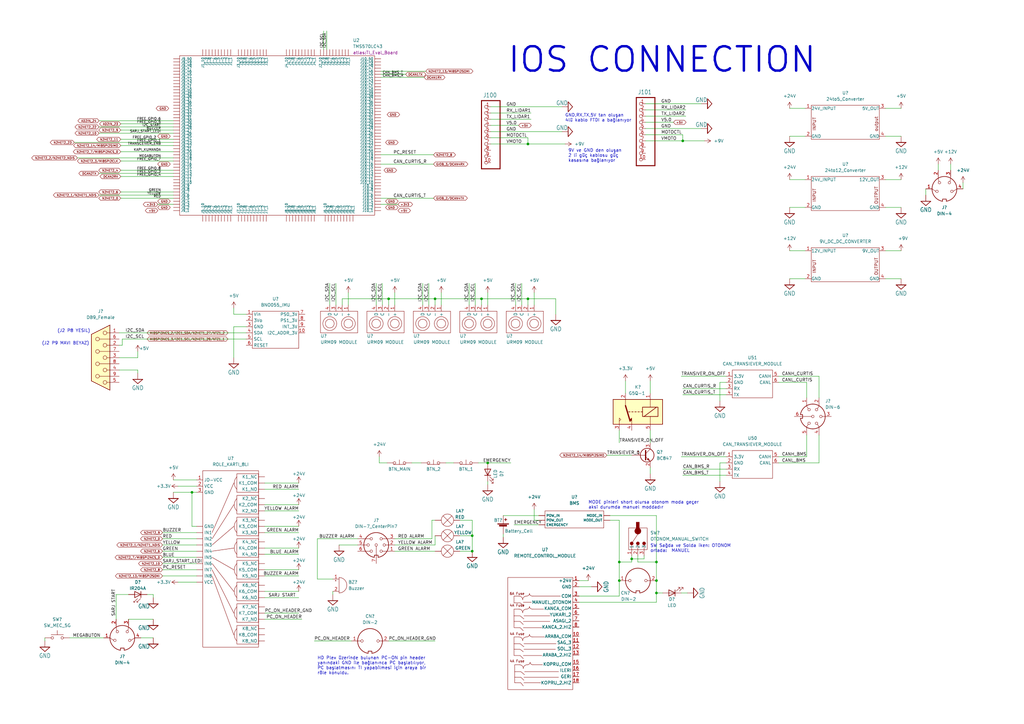
<source format=kicad_sch>
(kicad_sch (version 20211123) (generator eeschema)
  (paper "A3")
  (lib_symbols
    (symbol "Connector:DB9_Female" (pin_names (offset 1.016) hide)
      (property "Reference" "J" (at 0 13.97 0))
      (property "Value" "DB9_Female" (at 0 -14.605 0))
      (symbol "DB9_Female_1_1"
        (pin passive line (at -7.62 10.16 0) (length 3.81) (name "1") (number "1"))
        (pin passive line (at -7.62 5.08 0) (length 3.81) (name "2") (number "2"))
        (pin passive line (at -7.62 0 0) (length 3.81) (name "3") (number "3"))
        (pin passive line (at -7.62 -5.08 0) (length 3.81) (name "4") (number "4"))
        (pin passive line (at -7.62 -10.16 0) (length 3.81) (name "5") (number "5"))
        (pin passive line (at -7.62 7.62 0) (length 3.81) (name "6") (number "6"))
        (pin passive line (at -7.62 2.54 0) (length 3.81) (name "7") (number "7"))
        (pin passive line (at -7.62 -2.54 0) (length 3.81) (name "8") (number "8"))
        (pin passive line (at -7.62 -7.62 0) (length 3.81) (name "9") (number "9"))
      )
    )
    (symbol "Connector:DIN-4" (pin_names (offset 1.016))
      (property "Reference" "J" (at 5.334 5.08 0))
      (property "Value" "DIN-4" (at 0 -6.35 0))
      (symbol "DIN-4_1_1"
        (pin passive line (at -7.62 0 0) (length 2.54) (name "~") (number "1"))
        (pin passive line (at -2.54 7.62 270) (length 2.54) (name "~") (number "2"))
        (pin passive line (at 2.54 7.62 270) (length 2.54) (name "~") (number "3"))
        (pin passive line (at 7.62 0 180) (length 2.54) (name "~") (number "4"))
      )
    )
    (symbol "Connector:DIN-6" (pin_names (offset 1.016))
      (property "Reference" "J" (at 3.175 5.715 0))
      (property "Value" "DIN-6" (at 4.445 -4.445 0))
      (symbol "DIN-6_1_1"
        (pin passive line (at -7.62 -2.54 0) (length 2.54) (name "~") (number "1"))
        (pin passive line (at -7.62 2.54 0) (length 2.54) (name "~") (number "2"))
        (pin passive line (at 0 7.62 270) (length 2.54) (name "~") (number "3"))
        (pin passive line (at 7.62 2.54 180) (length 2.54) (name "~") (number "4"))
        (pin passive line (at 7.62 -2.54 180) (length 2.54) (name "~") (number "5"))
        (pin passive line (at 0 -7.62 90) (length 2.54) (name "~") (number "6"))
      )
    )
    (symbol "Connector:DIN-7_CenterPin7" (pin_names (offset 1.016))
      (property "Reference" "J" (at 0 6.35 0))
      (property "Value" "DIN-7_CenterPin7" (at 3.048 -5.334 0))
      (symbol "DIN-7_CenterPin7_1_1"
        (pin passive line (at 7.62 -2.54 180) (length 2.54) (name "~") (number "1"))
        (pin passive line (at 7.62 0 180) (length 2.54) (name "~") (number "2"))
        (pin passive line (at 7.62 2.54 180) (length 2.54) (name "~") (number "3"))
        (pin passive line (at -7.62 2.54 0) (length 2.54) (name "~") (number "4"))
        (pin passive line (at -7.62 0 0) (length 2.54) (name "~") (number "5"))
        (pin passive line (at -7.62 -2.54 0) (length 2.54) (name "~") (number "6"))
        (pin passive line (at 0 -7.62 90) (length 2.54) (name "~") (number "7"))
      )
    )
    (symbol "Device:Battery_Cell" (pin_numbers hide) (pin_names (offset 0) hide)
      (property "Reference" "BT" (at 2.54 2.54 0))
      (property "Value" "Battery_Cell" (at 2.54 0 0))
      (symbol "Battery_Cell_1_1"
        (pin passive line (at 0 5.08 270) (length 2.54) (name "+") (number "1"))
        (pin passive line (at 0 -2.54 90) (length 2.54) (name "-") (number "2"))
      )
    )
    (symbol "Device:Buzzer" (pin_names (offset 0.0254) hide)
      (property "Reference" "BZ" (at 3.81 1.27 0))
      (property "Value" "Buzzer" (at 3.81 -1.27 0))
      (symbol "Buzzer_1_1"
        (pin passive line (at -2.54 2.54 0) (length 2.54) (name "-") (number "1"))
        (pin passive line (at -2.54 -2.54 0) (length 2.54) (name "+") (number "2"))
      )
    )
    (symbol "Device:LED" (pin_numbers hide) (pin_names (offset 1.016) hide)
      (property "Reference" "D" (at 0 2.54 0))
      (property "Value" "LED" (at 0 -2.54 0))
      (symbol "LED_1_1"
        (pin passive line (at -3.81 0 0) (length 2.54) (name "K") (number "1"))
        (pin passive line (at 3.81 0 180) (length 2.54) (name "A") (number "2"))
      )
    )
    (symbol "Device:Lamp" (pin_numbers hide) (pin_names (offset 0.0254) hide)
      (property "Reference" "LA" (at 0.635 3.81 0))
      (property "Value" "Lamp" (at 0.635 -3.81 0))
      (symbol "Lamp_1_1"
        (pin passive line (at 0 -5.08 90) (length 2.54) (name "-") (number "1"))
        (pin passive line (at 0 5.08 270) (length 2.54) (name "+") (number "2"))
      )
    )
    (symbol "LED:IR204A" (pin_numbers hide) (pin_names (offset 1.016) hide)
      (property "Reference" "D" (at 0.508 1.778 0))
      (property "Value" "IR204A" (at -1.016 -2.794 0))
      (symbol "IR204A_1_1"
        (pin passive line (at -5.08 0 0) (length 2.54) (name "K") (number "1"))
        (pin passive line (at 2.54 0 180) (length 2.54) (name "A") (number "2"))
      )
    )
    (symbol "ROLE_KARTI_8LI_1"
      (property "Reference" "U?" (at 0 38.1 0))
      (property "Value" "ROLE_KARTI_8LI_1" (at 0 35.56 0))
      (symbol "ROLE_KARTI_8LI_1_1_1"
        (pin power_in line (at -13.97 11.43 0) (length 2.54) (name "GND") (number ""))
        (pin input line (at -13.97 8.89 0) (length 2.54) (name "IN1") (number ""))
        (pin input line (at -13.97 6.35 0) (length 2.54) (name "IN2") (number ""))
        (pin input line (at -13.97 3.81 0) (length 2.54) (name "IN3") (number ""))
        (pin input line (at -13.97 1.27 0) (length 2.54) (name "IN4") (number ""))
        (pin input line (at -13.97 -1.27 0) (length 2.54) (name "IN5") (number ""))
        (pin input line (at -13.97 -3.81 0) (length 2.54) (name "IN6") (number ""))
        (pin input line (at -13.97 -6.35 0) (length 2.54) (name "IN7") (number ""))
        (pin input line (at -13.97 -8.89 0) (length 2.54) (name "IN8") (number ""))
        (pin output line (at 13.97 29.21 180) (length 2.54) (name "K1_COM") (number ""))
        (pin output line (at 13.97 31.75 180) (length 2.54) (name "K1_NC") (number ""))
        (pin output line (at 13.97 26.67 180) (length 2.54) (name "K1_NO") (number ""))
        (pin output line (at 13.97 20.32 180) (length 2.54) (name "K2_COM") (number ""))
        (pin output line (at 13.97 22.86 180) (length 2.54) (name "K2_NC") (number ""))
        (pin output line (at 13.97 17.78 180) (length 2.54) (name "K2_NO") (number ""))
        (pin output line (at 13.97 11.43 180) (length 2.54) (name "K3_COM") (number ""))
        (pin output line (at 13.97 13.97 180) (length 2.54) (name "K3_NC") (number ""))
        (pin output line (at 13.97 8.89 180) (length 2.54) (name "K3_NO") (number ""))
        (pin output line (at 13.97 2.54 180) (length 2.54) (name "K4_COM") (number ""))
        (pin output line (at 13.97 5.08 180) (length 2.54) (name "K4_NC") (number ""))
        (pin output line (at 13.97 0 180) (length 2.54) (name "K4_NO") (number ""))
        (pin output line (at 13.97 -6.35 180) (length 2.54) (name "K5_COM") (number ""))
        (pin output line (at 13.97 -3.81 180) (length 2.54) (name "K5_NC") (number ""))
        (pin output line (at 13.97 -8.89 180) (length 2.54) (name "K5_NO") (number ""))
        (pin output line (at 13.97 -15.24 180) (length 2.54) (name "K6_COM") (number ""))
        (pin output line (at 13.97 -12.7 180) (length 2.54) (name "K6_NC") (number ""))
        (pin output line (at 13.97 -17.78 180) (length 2.54) (name "K6_NO") (number ""))
        (pin output line (at 13.97 -24.13 180) (length 2.54) (name "K7_COM") (number ""))
        (pin output line (at 13.97 -21.59 180) (length 2.54) (name "K7_NC") (number ""))
        (pin output line (at 13.97 -26.67 180) (length 2.54) (name "K7_NO") (number ""))
        (pin output line (at 13.97 -33.02 180) (length 2.54) (name "K8_COM") (number ""))
        (pin output line (at 13.97 -30.48 180) (length 2.54) (name "K8_NC") (number ""))
        (pin output line (at 13.97 -35.56 180) (length 2.54) (name "K8_NO") (number ""))
        (pin power_in line (at -13.97 -11.43 0) (length 2.54) (name "VCC") (number ""))
        (pin power_in line (at -13.97 30.48 0) (length 2.54) (name "JD-VCC") (number "1"))
        (pin power_in line (at -13.97 27.94 0) (length 2.54) (name "VCC") (number "2"))
        (pin power_in line (at -13.97 25.4 0) (length 2.54) (name "GND") (number "3"))
      )
    )
    (symbol "Relay:G5Q-1"
      (property "Reference" "K" (at 11.43 3.81 0))
      (property "Value" "G5Q-1" (at 11.43 1.27 0))
      (symbol "G5Q-1_1_1"
        (pin passive line (at -5.08 -7.62 90) (length 2.54) (name "~") (number "1"))
        (pin passive line (at 5.08 -7.62 90) (length 2.54) (name "~") (number "2"))
        (pin passive line (at 7.62 7.62 270) (length 2.54) (name "~") (number "3"))
        (pin passive line (at 2.54 7.62 270) (length 2.54) (name "~") (number "4"))
        (pin passive line (at -5.08 7.62 270) (length 2.54) (name "~") (number "5"))
      )
    )
    (symbol "Switch:SW_MEC_5G" (pin_numbers hide) (pin_names (offset 1.016) hide)
      (property "Reference" "SW" (at 1.27 2.54 0))
      (property "Value" "SW_MEC_5G" (at 0 -1.524 0))
      (symbol "SW_MEC_5G_0_1"
        (pin passive line (at -5.08 0 0) (length 2.54) (name "A") (number "1"))
        (pin passive line (at 5.08 0 180) (length 2.54) (name "B") (number "3"))
      )
      (symbol "SW_MEC_5G_1_1"
        (pin passive line (at -5.08 0 0) (length 2.54) hide (name "A") (number "2"))
        (pin passive line (at 5.08 0 180) (length 2.54) hide (name "B") (number "4"))
      )
    )
    (symbol "Switch:SW_Push_Open" (pin_numbers hide) (pin_names (offset 1.016) hide)
      (property "Reference" "SW" (at 0 2.54 0))
      (property "Value" "SW_Push_Open" (at 0 -1.905 0))
      (symbol "SW_Push_Open_0_1"
        (pin passive line (at -5.08 0 0) (length 2.54) (name "A") (number "1"))
      )
      (symbol "SW_Push_Open_1_1"
        (pin passive line (at 5.08 0 180) (length 2.54) (name "B") (number "2"))
      )
    )
    (symbol "TMS570LC43_1" (pin_numbers hide)
      (property "Reference" "U?" (at -1.27 24.765 0))
      (property "Value" "TMS570LC43_1" (at -1.27 26.67 0))
      (property "Footprint" "atlas:TI_Eval_Board" (at -1.27 25.4 0))
      (symbol "TMS570LC43_1_1_1"
        (pin bidirectional line (at 44.45 -51.435 180) (length 2.54) (name "J10_1") (number "J10_1"))
        (pin bidirectional line (at 44.45 -40.005 180) (length 2.54) (name "J10_10") (number "J10_10"))
        (pin bidirectional line (at 44.45 -38.735 180) (length 2.54) (name "J10_11") (number "J10_11"))
        (pin bidirectional line (at 44.45 -37.465 180) (length 2.54) (name "J10_12") (number "J10_12"))
        (pin bidirectional line (at 44.45 -36.195 180) (length 2.54) (name "J10_13") (number "J10_13"))
        (pin bidirectional line (at 44.45 -34.925 180) (length 2.54) (name "J10_14") (number "J10_14"))
        (pin bidirectional line (at 44.45 -33.655 180) (length 2.54) (name "J10_15") (number "J10_15"))
        (pin bidirectional line (at 44.45 -32.385 180) (length 2.54) (name "J10_16") (number "J10_16"))
        (pin bidirectional line (at 44.45 -31.115 180) (length 2.54) (name "J10_17") (number "J10_17"))
        (pin bidirectional line (at 44.45 -29.845 180) (length 2.54) (name "J10_18") (number "J10_18"))
        (pin bidirectional line (at 44.45 -28.575 180) (length 2.54) (name "J10_19") (number "J10_19"))
        (pin bidirectional line (at 44.45 -50.165 180) (length 2.54) (name "J10_2") (number "J10_2"))
        (pin bidirectional line (at 44.45 -27.305 180) (length 2.54) (name "J10_20") (number "J10_20"))
        (pin bidirectional line (at 44.45 -26.035 180) (length 2.54) (name "J10_21") (number "J10_21"))
        (pin bidirectional line (at 44.45 -24.765 180) (length 2.54) (name "J10_22") (number "J10_22"))
        (pin bidirectional line (at 44.45 -23.495 180) (length 2.54) (name "J10_23") (number "J10_23"))
        (pin bidirectional line (at 44.45 -22.225 180) (length 2.54) (name "J10_24") (number "J10_24"))
        (pin bidirectional line (at 44.45 -20.955 180) (length 2.54) (name "J10_25") (number "J10_25"))
        (pin bidirectional line (at 44.45 -19.685 180) (length 2.54) (name "J10_26") (number "J10_26"))
        (pin bidirectional line (at 44.45 -18.415 180) (length 2.54) (name "J10_27") (number "J10_27"))
        (pin bidirectional line (at 44.45 -17.145 180) (length 2.54) (name "J10_28") (number "J10_28"))
        (pin bidirectional line (at 44.45 -15.875 180) (length 2.54) (name "J10_29") (number "J10_29"))
        (pin bidirectional line (at 44.45 -48.895 180) (length 2.54) (name "J10_3") (number "J10_3"))
        (pin bidirectional line (at 44.45 -14.605 180) (length 2.54) (name "J10_30") (number "J10_30"))
        (pin bidirectional line (at 44.45 -13.335 180) (length 2.54) (name "J10_31") (number "J10_31"))
        (pin bidirectional line (at 44.45 -12.065 180) (length 2.54) (name "J10_32") (number "J10_32"))
        (pin bidirectional line (at 44.45 -10.795 180) (length 2.54) (name "J10_33") (number "J10_33"))
        (pin bidirectional line (at 44.45 -9.525 180) (length 2.54) (name "J10_34") (number "J10_34"))
        (pin bidirectional line (at 44.45 -8.255 180) (length 2.54) (name "J10_35") (number "J10_35"))
        (pin bidirectional line (at 44.45 -6.985 180) (length 2.54) (name "J10_36") (number "J10_36"))
        (pin bidirectional line (at 44.45 -5.715 180) (length 2.54) (name "J10_37") (number "J10_37"))
        (pin bidirectional line (at 44.45 -4.445 180) (length 2.54) (name "J10_38") (number "J10_38"))
        (pin bidirectional line (at 44.45 -3.175 180) (length 2.54) (name "J10_39") (number "J10_39"))
        (pin bidirectional line (at 44.45 -47.625 180) (length 2.54) (name "J10_4") (number "J10_4"))
        (pin bidirectional line (at 44.45 -1.905 180) (length 2.54) (name "J10_40") (number "J10_40"))
        (pin bidirectional line (at 44.45 -0.635 180) (length 2.54) (name "J10_41") (number "J10_41"))
        (pin bidirectional line (at 44.45 0.635 180) (length 2.54) (name "J10_42") (number "J10_42"))
        (pin bidirectional line (at 44.45 1.905 180) (length 2.54) (name "J10_43") (number "J10_43"))
        (pin bidirectional line (at 44.45 3.175 180) (length 2.54) (name "J10_44") (number "J10_44"))
        (pin bidirectional line (at 44.45 4.445 180) (length 2.54) (name "J10_45") (number "J10_45"))
        (pin bidirectional line (at 44.45 5.715 180) (length 2.54) (name "J10_46") (number "J10_46"))
        (pin bidirectional line (at 44.45 6.985 180) (length 2.54) (name "J10_47") (number "J10_47"))
        (pin bidirectional line (at 44.45 8.255 180) (length 2.54) (name "J10_48") (number "J10_48"))
        (pin bidirectional line (at 44.45 9.525 180) (length 2.54) (name "J10_49") (number "J10_49"))
        (pin bidirectional line (at 44.45 -46.355 180) (length 2.54) (name "J10_5") (number "J10_5"))
        (pin bidirectional line (at 44.45 10.795 180) (length 2.54) (name "J10_50") (number "J10_50"))
        (pin bidirectional line (at 44.45 -45.085 180) (length 2.54) (name "J10_6") (number "J10_6"))
        (pin bidirectional line (at 44.45 -43.815 180) (length 2.54) (name "J10_7") (number "J10_7"))
        (pin bidirectional line (at 44.45 -42.545 180) (length 2.54) (name "J10_8") (number "J10_8"))
        (pin bidirectional line (at 44.45 -41.275 180) (length 2.54) (name "J10_9") (number "J10_9"))
        (pin bidirectional line (at -17.145 14.605 270) (length 2.54) (name "J1_1") (number "J1_1"))
        (pin bidirectional line (at -28.575 14.605 270) (length 2.54) (name "J1_10") (number "J1_10"))
        (pin bidirectional line (at -18.415 14.605 270) (length 2.54) (name "J1_2") (number "J1_2"))
        (pin bidirectional line (at -19.685 14.605 270) (length 2.54) (name "J1_3") (number "J1_3"))
        (pin bidirectional line (at -20.955 14.605 270) (length 2.54) (name "J1_4") (number "J1_4"))
        (pin bidirectional line (at -22.225 14.605 270) (length 2.54) (name "J1_5") (number "J1_5"))
        (pin bidirectional line (at -23.495 14.605 270) (length 2.54) (name "J1_6") (number "J1_6"))
        (pin bidirectional line (at -24.765 14.605 270) (length 2.54) (name "J1_7") (number "J1_7"))
        (pin bidirectional line (at -26.035 14.605 270) (length 2.54) (name "J1_8") (number "J1_8"))
        (pin bidirectional line (at -27.305 14.605 270) (length 2.54) (name "J1_9") (number "J1_9"))
        (pin bidirectional line (at 31.115 14.605 270) (length 2.54) (name "J2_1") (number "J2_1"))
        (pin bidirectional line (at 19.685 14.605 270) (length 2.54) (name "J2_10") (number "J2_10"))
        (pin bidirectional line (at 29.845 14.605 270) (length 2.54) (name "J2_2") (number "J2_2"))
        (pin bidirectional line (at 28.575 14.605 270) (length 2.54) (name "J2_3") (number "J2_3"))
        (pin bidirectional line (at 27.305 14.605 270) (length 2.54) (name "J2_4") (number "J2_4"))
        (pin bidirectional line (at 26.035 14.605 270) (length 2.54) (name "J2_5") (number "J2_5"))
        (pin bidirectional line (at 24.765 14.605 270) (length 2.54) (name "J2_6") (number "J2_6"))
        (pin bidirectional line (at 23.495 14.605 270) (length 2.54) (name "J2_7") (number "J2_7"))
        (pin bidirectional line (at 22.225 14.605 270) (length 2.54) (name "J2_8") (number "J2_8"))
        (pin bidirectional line (at 20.955 14.605 270) (length 2.54) (name "J2_9") (number "J2_9"))
        (pin bidirectional line (at -2.54 14.605 270) (length 2.54) (name "J3_1") (number "J3_1"))
        (pin bidirectional line (at -13.97 14.605 270) (length 2.54) (name "J3_10") (number "J3_10"))
        (pin bidirectional line (at -3.81 14.605 270) (length 2.54) (name "J3_2") (number "J3_2"))
        (pin bidirectional line (at -5.08 14.605 270) (length 2.54) (name "J3_3") (number "J3_3"))
        (pin bidirectional line (at -6.35 14.605 270) (length 2.54) (name "J3_4") (number "J3_4"))
        (pin bidirectional line (at -7.62 14.605 270) (length 2.54) (name "J3_5") (number "J3_5"))
        (pin bidirectional line (at -8.89 14.605 270) (length 2.54) (name "J3_6") (number "J3_6"))
        (pin bidirectional line (at -10.16 14.605 270) (length 2.54) (name "J3_7") (number "J3_7"))
        (pin bidirectional line (at -11.43 14.605 270) (length 2.54) (name "J3_8") (number "J3_8"))
        (pin bidirectional line (at -12.7 14.605 270) (length 2.54) (name "J3_9") (number "J3_9"))
        (pin bidirectional line (at 17.145 14.605 270) (length 2.54) (name "J4_1") (number "J4_1"))
        (pin bidirectional line (at 5.715 14.605 270) (length 2.54) (name "J4_10") (number "J4_10"))
        (pin bidirectional line (at 15.875 14.605 270) (length 2.54) (name "J4_2") (number "J4_2"))
        (pin bidirectional line (at 14.605 14.605 270) (length 2.54) (name "J4_3") (number "J4_3"))
        (pin bidirectional line (at 13.335 14.605 270) (length 2.54) (name "J4_4") (number "J4_4"))
        (pin bidirectional line (at 12.065 14.605 270) (length 2.54) (name "J4_5") (number "J4_5"))
        (pin bidirectional line (at 10.795 14.605 270) (length 2.54) (name "J4_6") (number "J4_6"))
        (pin bidirectional line (at 9.525 14.605 270) (length 2.54) (name "J4_7") (number "J4_7"))
        (pin bidirectional line (at 8.255 14.605 270) (length 2.54) (name "J4_8") (number "J4_8"))
        (pin bidirectional line (at 6.985 14.605 270) (length 2.54) (name "J4_9") (number "J4_9"))
        (pin bidirectional line (at -17.145 -55.88 90) (length 2.54) (name "J5_1") (number "J5_1"))
        (pin bidirectional line (at -28.575 -55.88 90) (length 2.54) (name "J5_10") (number "J5_10"))
        (pin bidirectional line (at -18.415 -55.88 90) (length 2.54) (name "J5_2") (number "J5_2"))
        (pin bidirectional line (at -19.685 -55.88 90) (length 2.54) (name "J5_3") (number "J5_3"))
        (pin bidirectional line (at -20.955 -55.88 90) (length 2.54) (name "J5_4") (number "J5_4"))
        (pin bidirectional line (at -22.225 -55.88 90) (length 2.54) (name "J5_5") (number "J5_5"))
        (pin bidirectional line (at -23.495 -55.88 90) (length 2.54) (name "J5_6") (number "J5_6"))
        (pin bidirectional line (at -24.765 -55.88 90) (length 2.54) (name "J5_7") (number "J5_7"))
        (pin bidirectional line (at -26.035 -55.88 90) (length 2.54) (name "J5_8") (number "J5_8"))
        (pin bidirectional line (at -27.305 -55.88 90) (length 2.54) (name "J5_9") (number "J5_9"))
        (pin bidirectional line (at 33.02 -55.88 90) (length 2.54) (name "J6_1") (number "J6_1"))
        (pin bidirectional line (at 21.59 -55.88 90) (length 2.54) (name "J6_10") (number "J6_10"))
        (pin bidirectional line (at 31.75 -55.88 90) (length 2.54) (name "J6_2") (number "J6_2"))
        (pin bidirectional line (at 30.48 -55.88 90) (length 2.54) (name "J6_3") (number "J6_3"))
        (pin bidirectional line (at 29.21 -55.88 90) (length 2.54) (name "J6_4") (number "J6_4"))
        (pin bidirectional line (at 27.94 -55.88 90) (length 2.54) (name "J6_5") (number "J6_5"))
        (pin bidirectional line (at 26.67 -55.88 90) (length 2.54) (name "J6_6") (number "J6_6"))
        (pin bidirectional line (at 25.4 -55.88 90) (length 2.54) (name "J6_7") (number "J6_7"))
        (pin bidirectional line (at 24.13 -55.88 90) (length 2.54) (name "J6_8") (number "J6_8"))
        (pin bidirectional line (at 22.86 -55.88 90) (length 2.54) (name "J6_9") (number "J6_9"))
        (pin bidirectional line (at -2.54 -55.88 90) (length 2.54) (name "J7_1") (number "J7_1"))
        (pin bidirectional line (at -13.97 -55.88 90) (length 2.54) (name "J7_10") (number "J7_10"))
        (pin bidirectional line (at -3.81 -55.88 90) (length 2.54) (name "J7_2") (number "J7_2"))
        (pin bidirectional line (at -5.08 -55.88 90) (length 2.54) (name "J7_3") (number "J7_3"))
        (pin bidirectional line (at -6.35 -55.88 90) (length 2.54) (name "J7_4") (number "J7_4"))
        (pin bidirectional line (at -7.62 -55.88 90) (length 2.54) (name "J7_5") (number "J7_5"))
        (pin bidirectional line (at -8.89 -55.88 90) (length 2.54) (name "J7_6") (number "J7_6"))
        (pin bidirectional line (at -10.16 -55.88 90) (length 2.54) (name "J7_7") (number "J7_7"))
        (pin bidirectional line (at -11.43 -55.88 90) (length 2.54) (name "J7_8") (number "J7_8"))
        (pin bidirectional line (at -12.7 -55.88 90) (length 2.54) (name "J7_9") (number "J7_9"))
        (pin bidirectional line (at 17.145 -55.88 90) (length 2.54) (name "J8_1") (number "J8_1"))
        (pin bidirectional line (at 5.715 -55.88 90) (length 2.54) (name "J8_10") (number "J8_10"))
        (pin bidirectional line (at 15.875 -55.88 90) (length 2.54) (name "J8_2") (number "J8_2"))
        (pin bidirectional line (at 14.605 -55.88 90) (length 2.54) (name "J8_3") (number "J8_3"))
        (pin bidirectional line (at 13.335 -55.88 90) (length 2.54) (name "J8_4") (number "J8_4"))
        (pin bidirectional line (at 12.065 -55.88 90) (length 2.54) (name "J8_5") (number "J8_5"))
        (pin bidirectional line (at 10.795 -55.88 90) (length 2.54) (name "J8_6") (number "J8_6"))
        (pin bidirectional line (at 9.525 -55.88 90) (length 2.54) (name "J8_7") (number "J8_7"))
        (pin bidirectional line (at 8.255 -55.88 90) (length 2.54) (name "J8_8") (number "J8_8"))
        (pin bidirectional line (at 6.985 -55.88 90) (length 2.54) (name "J8_9") (number "J8_9"))
        (pin bidirectional line (at -40.64 -51.435 0) (length 2.54) (name "J9_1") (number "J9_1"))
        (pin bidirectional line (at -40.64 -40.005 0) (length 2.54) (name "J9_10") (number "J9_10"))
        (pin bidirectional line (at -40.64 -38.735 0) (length 2.54) (name "J9_11") (number "J9_11"))
        (pin bidirectional line (at -40.64 -37.465 0) (length 2.54) (name "J9_12") (number "J9_12"))
        (pin bidirectional line (at -40.64 -36.195 0) (length 2.54) (name "J9_13") (number "J9_13"))
        (pin bidirectional line (at -40.64 -34.925 0) (length 2.54) (name "J9_14") (number "J9_14"))
        (pin bidirectional line (at -40.64 -33.655 0) (length 2.54) (name "J9_15") (number "J9_15"))
        (pin bidirectional line (at -40.64 -32.385 0) (length 2.54) (name "J9_16") (number "J9_16"))
        (pin bidirectional line (at -40.64 -31.115 0) (length 2.54) (name "J9_17") (number "J9_17"))
        (pin bidirectional line (at -40.64 -29.845 0) (length 2.54) (name "J9_18") (number "J9_18"))
        (pin bidirectional line (at -40.64 -28.575 0) (length 2.54) (name "J9_19") (number "J9_19"))
        (pin bidirectional line (at -40.64 -50.165 0) (length 2.54) (name "J9_2") (number "J9_2"))
        (pin bidirectional line (at -40.64 -27.305 0) (length 2.54) (name "J9_20") (number "J9_20"))
        (pin bidirectional line (at -40.64 -26.035 0) (length 2.54) (name "J9_21") (number "J9_21"))
        (pin bidirectional line (at -40.64 -24.765 0) (length 2.54) (name "J9_22") (number "J9_22"))
        (pin bidirectional line (at -40.64 -23.495 0) (length 2.54) (name "J9_23") (number "J9_23"))
        (pin bidirectional line (at -40.64 -22.225 0) (length 2.54) (name "J9_24") (number "J9_24"))
        (pin bidirectional line (at -40.64 -20.955 0) (length 2.54) (name "J9_25") (number "J9_25"))
        (pin bidirectional line (at -40.64 -19.685 0) (length 2.54) (name "J9_26") (number "J9_26"))
        (pin bidirectional line (at -40.64 -18.415 0) (length 2.54) (name "J9_27") (number "J9_27"))
        (pin bidirectional line (at -40.64 -17.145 0) (length 2.54) (name "J9_28") (number "J9_28"))
        (pin bidirectional line (at -40.64 -15.875 0) (length 2.54) (name "J9_29") (number "J9_29"))
        (pin bidirectional line (at -40.64 -48.895 0) (length 2.54) (name "J9_3") (number "J9_3"))
        (pin bidirectional line (at -40.64 -14.605 0) (length 2.54) (name "J9_30") (number "J9_30"))
        (pin bidirectional line (at -40.64 -13.335 0) (length 2.54) (name "J9_31") (number "J9_31"))
        (pin bidirectional line (at -40.64 -12.065 0) (length 2.54) (name "J9_32") (number "J9_32"))
        (pin bidirectional line (at -40.64 -10.795 0) (length 2.54) (name "J9_33") (number "J9_33"))
        (pin bidirectional line (at -40.64 -9.525 0) (length 2.54) (name "J9_34") (number "J9_34"))
        (pin bidirectional line (at -40.64 -8.255 0) (length 2.54) (name "J9_35") (number "J9_35"))
        (pin bidirectional line (at -40.64 -6.985 0) (length 2.54) (name "J9_36") (number "J9_36"))
        (pin bidirectional line (at -40.64 -5.715 0) (length 2.54) (name "J9_37") (number "J9_37"))
        (pin bidirectional line (at -40.64 -4.445 0) (length 2.54) (name "J9_38") (number "J9_38"))
        (pin bidirectional line (at -40.64 -3.175 0) (length 2.54) (name "J9_39") (number "J9_39"))
        (pin bidirectional line (at -40.64 -47.625 0) (length 2.54) (name "J9_4") (number "J9_4"))
        (pin bidirectional line (at -40.64 -1.905 0) (length 2.54) (name "J9_40") (number "J9_40"))
        (pin bidirectional line (at -40.64 -0.635 0) (length 2.54) (name "J9_41") (number "J9_41"))
        (pin bidirectional line (at -40.64 0.635 0) (length 2.54) (name "J9_42") (number "J9_42"))
        (pin bidirectional line (at -40.64 1.905 0) (length 2.54) (name "J9_43") (number "J9_43"))
        (pin bidirectional line (at -40.64 3.175 0) (length 2.54) (name "J9_44") (number "J9_44"))
        (pin bidirectional line (at -40.64 4.445 0) (length 2.54) (name "J9_45") (number "J9_45"))
        (pin bidirectional line (at -40.64 5.715 0) (length 2.54) (name "J9_46") (number "J9_46"))
        (pin bidirectional line (at -40.64 6.985 0) (length 2.54) (name "J9_47") (number "J9_47"))
        (pin bidirectional line (at -40.64 8.255 0) (length 2.54) (name "J9_48") (number "J9_48"))
        (pin bidirectional line (at -40.64 9.525 0) (length 2.54) (name "J9_49") (number "J9_49"))
        (pin bidirectional line (at -40.64 -46.355 0) (length 2.54) (name "J9_5") (number "J9_5"))
        (pin bidirectional line (at -40.64 10.795 0) (length 2.54) (name "J9_50") (number "J9_50"))
        (pin bidirectional line (at -40.64 -45.085 0) (length 2.54) (name "J9_6") (number "J9_6"))
        (pin bidirectional line (at -40.64 -43.815 0) (length 2.54) (name "J9_7") (number "J9_7"))
        (pin bidirectional line (at -40.64 -42.545 0) (length 2.54) (name "J9_8") (number "J9_8"))
        (pin bidirectional line (at -40.64 -41.275 0) (length 2.54) (name "J9_9") (number "J9_9"))
      )
    )
    (symbol "Transistor_BJT:BC847" (pin_names (offset 0) hide)
      (property "Reference" "Q" (at 5.08 1.905 0))
      (property "Value" "BC847" (at 5.08 0 0))
      (symbol "BC847_1_1"
        (pin input line (at -5.08 0 0) (length 5.715) (name "B") (number "1"))
        (pin passive line (at 2.54 -5.08 90) (length 2.54) (name "E") (number "2"))
        (pin passive line (at 2.54 5.08 270) (length 2.54) (name "C") (number "3"))
      )
    )
    (symbol "atlas_robot:24to12_Converter" (pin_names (offset 0.002))
      (property "Reference" "U?" (at -2.54 17.78 0))
      (property "Value" "24to12_Converter" (at 1.27 15.24 0))
      (symbol "24to12_Converter_0_0"
        (text "INPUT" (at -12.7 6.35 900) (effects (font (size 1.27 1.27))))
        (text "OUTPUT" (at 12.7 6.35 900) (effects (font (size 1.27 1.27))))
      )
      (symbol "24to12_Converter_1_1"
        (pin power_in line (at -16.51 12.7 0) (length 2.54) (name "24V_INPUT") (number "1"))
        (pin power_in line (at -16.51 1.27 0) (length 2.54) (name "GND") (number "2"))
        (pin power_out line (at 16.51 12.7 180) (length 2.54) (name "12V_OUT") (number "3"))
        (pin power_out line (at 16.51 1.27 180) (length 2.54) (name "GND") (number "4"))
      )
    )
    (symbol "atlas_robot:24to5_Converter" (pin_names (offset 0.002))
      (property "Reference" "U?" (at -2.54 17.78 0))
      (property "Value" "24to5_Converter" (at 1.27 15.24 0))
      (symbol "24to5_Converter_0_0"
        (text "INPUT" (at -12.7 6.35 900) (effects (font (size 1.27 1.27))))
        (text "output" (at 12.7 6.35 900) (effects (font (size 1.27 1.27))))
      )
      (symbol "24to5_Converter_1_1"
        (pin power_in line (at -16.51 12.7 0) (length 2.54) (name "24V_INPUT") (number "1"))
        (pin power_in line (at -16.51 1.27 0) (length 2.54) (name "GND") (number "2"))
        (pin power_out line (at 16.51 12.7 180) (length 2.54) (name "5V_OUT") (number "3"))
        (pin power_out line (at 16.51 1.27 180) (length 2.54) (name "GND") (number "4"))
      )
    )
    (symbol "atlas_robot:9V_DC_DC_CONVERTER" (pin_names (offset 0.002))
      (property "Reference" "U?" (at -2.54 17.78 0))
      (property "Value" "9V_DC_DC_CONVERTER" (at 1.27 15.24 0))
      (symbol "9V_DC_DC_CONVERTER_0_0"
        (text "INPUT" (at -12.7 6.35 900) (effects (font (size 1.27 1.27))))
        (text "OUTPUT" (at 12.7 6.35 900) (effects (font (size 1.27 1.27))))
      )
      (symbol "9V_DC_DC_CONVERTER_1_1"
        (pin power_in line (at -16.51 12.7 0) (length 2.54) (name "12V_INPUT") (number "1"))
        (pin power_in line (at -16.51 1.27 0) (length 2.54) (name "GND") (number "2"))
        (pin power_out line (at 16.51 12.7 180) (length 2.54) (name "9V_OUT") (number "3"))
        (pin power_out line (at 16.51 1.27 180) (length 2.54) (name "GND") (number "4"))
      )
    )
    (symbol "atlas_robot:BMS"
      (property "Reference" "U?" (at 0 5.715 0))
      (property "Value" "BMS" (at 0 7.62 0))
      (symbol "BMS_1_1"
        (pin input line (at -13.97 -1.27 0) (length 2.54) (name "EMERGENCY") (number ""))
        (pin input line (at 15.24 2.54 180) (length 2.54) (name "MODE_IN") (number ""))
        (pin output line (at 15.24 0.635 180) (length 2.54) (name "MODE_OUT") (number ""))
        (pin power_in line (at -13.97 2.54 0) (length 2.54) (name "POW_IN") (number ""))
        (pin power_out line (at -13.97 0.635 0) (length 2.54) (name "POW_OUT") (number ""))
      )
    )
    (symbol "atlas_robot:BNO055_IMU"
      (property "Reference" "U?" (at 3.81 1.27 0))
      (property "Value" "BNO055_IMU" (at 3.81 3.81 0))
      (symbol "BNO055_IMU_1_1"
        (pin power_in line (at -8.89 -1.27 0) (length 2.54) (name "Vin") (number "1"))
        (pin input line (at 15.24 -8.89 180) (length 2.54) (name "I2C_ADDR_3V") (number "10"))
        (pin power_out line (at -8.89 -3.81 0) (length 2.54) (name "3Vo") (number "2"))
        (pin power_in line (at -8.89 -6.35 0) (length 2.54) (name "GND") (number "3"))
        (pin bidirectional line (at -8.89 -8.89 0) (length 2.54) (name "SDA") (number "4"))
        (pin bidirectional line (at -8.89 -11.43 0) (length 2.54) (name "SCL") (number "5"))
        (pin bidirectional line (at -8.89 -13.97 0) (length 2.54) (name "RESET") (number "6"))
        (pin input line (at 15.24 -1.27 180) (length 2.54) (name "PS0_3V") (number "7"))
        (pin input line (at 15.24 -3.81 180) (length 2.54) (name "PS1_3V") (number "8"))
        (pin output line (at 15.24 -6.35 180) (length 2.54) (name "INT_3V") (number "9"))
      )
    )
    (symbol "atlas_robot:CAN_TRANSIEVER_MODULE"
      (property "Reference" "U?" (at 0 3.81 0))
      (property "Value" "CAN_TRANSIEVER_MODULE" (at 0 1.27 0))
      (symbol "CAN_TRANSIEVER_MODULE_1_1"
        (pin power_in line (at -10.16 -2.54 0) (length 2.54) (name "3.3V") (number "1"))
        (pin power_in line (at -10.16 -5.08 0) (length 2.54) (name "GND") (number "2"))
        (pin input line (at -10.16 -7.62 0) (length 2.54) (name "RX") (number "3"))
        (pin output line (at -10.16 -10.16 0) (length 2.54) (name "TX") (number "4"))
        (pin bidirectional line (at 11.43 -2.54 180) (length 2.54) (name "CANH") (number "5"))
        (pin bidirectional line (at 11.43 -5.08 180) (length 2.54) (name "CANL") (number "6"))
      )
    )
    (symbol "atlas_robot:DIN-2"
      (property "Reference" "CN" (at 0 6.35 0))
      (property "Value" "DIN-2" (at 0 8.89 0))
      (symbol "DIN-2_1_1"
        (pin passive line (at -7.62 0 0) (length 2.54) (name "~") (number "1"))
        (pin passive line (at 7.62 0 180) (length 2.54) (name "~") (number "2"))
      )
    )
    (symbol "atlas_robot:OTONOM_MANUAL_SWITCH"
      (property "Reference" "SW?" (at 0 10.16 0))
      (property "Value" "OTONOM_MANUAL_SWITCH" (at 0 7.62 0))
      (symbol "OTONOM_MANUAL_SWITCH_1_1"
        (pin passive line (at -2.54 -7.62 90) (length 2.54) (name "1") (number "1"))
        (pin passive line (at 0 -7.62 90) (length 2.54) (name "2") (number "2"))
        (pin passive line (at 2.54 -7.62 90) (length 2.54) (name "3") (number "3"))
      )
    )
    (symbol "atlas_robot:REMOTE_CONTROL_MODULE"
      (property "Reference" "U" (at -1.27 3.81 0))
      (property "Value" "REMOTE_CONTROL_MODULE" (at -1.27 1.27 0))
      (symbol "REMOTE_CONTROL_MODULE_0_0"
        (text "4A Fuse" (at -10.16 -34.29 0) (effects (font (size 1 1))))
        (text "4A Fuse" (at -10.16 -23.114 0) (effects (font (size 1 1))))
        (text "4A Fuse" (at -10.16 -11.43 0) (effects (font (size 1 1))))
        (text "6A Fuse" (at -10.16 -6.604 0) (effects (font (size 1 1))))
      )
      (symbol "REMOTE_CONTROL_MODULE_1_1"
        (pin power_in line (at 15.24 -1.27 180) (length 2.54) (name "+24V") (number "1"))
        (pin output line (at 15.24 -24.13 180) (length 2.54) (name "ARABA_COM") (number "10"))
        (pin output line (at 15.24 -26.67 180) (length 2.54) (name "SAG_3") (number "11"))
        (pin output line (at 15.24 -29.21 180) (length 2.54) (name "SOL_3") (number "12"))
        (pin output line (at 15.24 -31.75 180) (length 2.54) (name "ARABA_2.HIZ") (number "13"))
        (pin output line (at 15.24 -35.56 180) (length 2.54) (name "KOPRU_COM") (number "15"))
        (pin output line (at 15.24 -38.1 180) (length 2.54) (name "ILERI") (number "16"))
        (pin output line (at 15.24 -40.64 180) (length 2.54) (name "GERI") (number "17"))
        (pin output line (at 15.24 -43.18 180) (length 2.54) (name "KOPRU_2.HIZ") (number "18"))
        (pin power_in line (at 15.24 -3.81 180) (length 2.54) (name "GND") (number "2"))
        (pin output line (at 15.24 -7.62 180) (length 2.54) (name "COM") (number "3"))
        (pin output line (at 15.24 -10.16 180) (length 2.54) (name "MANUEL_OTONOM") (number "4"))
        (pin output line (at 15.24 -12.7 180) (length 2.54) (name "KANCA_COM") (number "5"))
        (pin output line (at 15.24 -15.24 180) (length 2.54) (name "YUKARI_2") (number "6"))
        (pin output line (at 15.24 -17.78 180) (length 2.54) (name "ASAGI_2") (number "7"))
        (pin output line (at 15.24 -20.32 180) (length 2.54) (name "KANCA_2.HIZ") (number "8"))
      )
    )
    (symbol "atlas_robot:URM09 MODULE"
      (property "Reference" "U?" (at 0 12.7 0))
      (property "Value" "URM09 MODULE" (at 0 10.16 0))
      (symbol "URM09 MODULE_1_1"
        (pin power_in line (at -7.62 3.81 0) (length 2.54) (name "+") (number "1"))
        (pin power_in line (at -7.62 1.27 0) (length 2.54) (name "-") (number "2"))
        (pin bidirectional line (at -7.62 -1.27 0) (length 2.54) (name "C") (number "3"))
        (pin bidirectional line (at -7.62 -3.81 0) (length 2.54) (name "D") (number "4"))
      )
    )
    (symbol "power:+12V" (power) (pin_names (offset 0))
      (property "Value" "+12V" (at 0 3.556 0))
      (symbol "+12V_1_1"
        (pin power_in line (at 0 0 90) (length 0) hide (name "+12V") (number "1"))
      )
    )
    (symbol "power:+24V" (power) (pin_names (offset 0))
      (property "Value" "+24V" (at 0 3.556 0))
      (symbol "+24V_1_1"
        (pin power_in line (at 0 0 90) (length 0) hide (name "+24V") (number "1"))
      )
    )
    (symbol "power:+3.3V" (power) (pin_names (offset 0))
      (property "Value" "+3.3V" (at 0 3.556 0))
      (symbol "+3.3V_1_1"
        (pin power_in line (at 0 0 90) (length 0) hide (name "+3.3V") (number "1"))
      )
    )
    (symbol "power:+5V" (power) (pin_names (offset 0))
      (property "Value" "+5V" (at 0 3.556 0))
      (symbol "+5V_1_1"
        (pin power_in line (at 0 0 90) (length 0) hide (name "+5V") (number "1"))
      )
    )
    (symbol "power:+9V" (power) (pin_names (offset 0))
      (property "Value" "+9V" (at 0 3.556 0))
      (symbol "+9V_1_1"
        (pin power_in line (at 0 0 90) (length 0) hide (name "+9V") (number "1"))
      )
    )
    (symbol "robot-eagle-import:GND" (power)
      (property "Value" "GND" (at 0 -2.54 0))
      (symbol "GND_1_0"
        (pin power_in line (at 0 2.54 270) (length 2.54) (name "GND") (number "1"))
      )
    )
    (symbol "robot-eagle-import:PINHD-1X10"
      (property "Reference" "J" (at -6.35 13.335 0))
      (property "Value" "PINHD-1X10" (at -6.35 -17.78 0))
      (symbol "PINHD-1X10_1_0"
        (pin passive inverted (at -2.54 10.16 0) (length 2.54) (name "1") (number "1"))
        (pin passive inverted (at -2.54 -12.7 0) (length 2.54) (name "10") (number "10"))
        (pin passive inverted (at -2.54 7.62 0) (length 2.54) (name "2") (number "2"))
        (pin passive inverted (at -2.54 5.08 0) (length 2.54) (name "3") (number "3"))
        (pin passive inverted (at -2.54 2.54 0) (length 2.54) (name "4") (number "4"))
        (pin passive inverted (at -2.54 0 0) (length 2.54) (name "5") (number "5"))
        (pin passive inverted (at -2.54 -2.54 0) (length 2.54) (name "6") (number "6"))
        (pin passive inverted (at -2.54 -5.08 0) (length 2.54) (name "7") (number "7"))
        (pin passive inverted (at -2.54 -7.62 0) (length 2.54) (name "8") (number "8"))
        (pin passive inverted (at -2.54 -10.16 0) (length 2.54) (name "9") (number "9"))
      )
    )
  )
  (junction (at 193.675 219.71))
  (junction (at 269.24 238.125))
  (junction (at 193.675 226.06))
  (junction (at 216.535 122.555))
  (junction (at 159.385 122.555))
  (junction (at 269.24 243.205))
  (junction (at 269.24 230.505))
  (junction (at 200.025 189.865))
  (junction (at 254 230.505))
  (junction (at 280.035 57.785))
  (junction (at 254 238.125))
  (junction (at 178.435 122.555))
  (junction (at 216.535 59.055))
  (junction (at 197.485 122.555))
  (junction (at 259.08 229.235))
  (junction (at 78.74 201.93))
  (wire (pts (xy 57.785 261.62) (xy 62.865 261.62)))
  (wire (pts (xy 254 244.475) (xy 254 238.125)))
  (wire (pts (xy 219.075 120.015) (xy 219.075 125.095)))
  (wire (pts (xy 335.915 154.305) (xy 335.915 163.195)))
  (wire (pts (xy 219.075 213.36) (xy 219.075 208.915)))
  (wire (pts (xy 108.585 242.57) (xy 122.555 242.57)))
  (wire (pts (xy 363.22 73.66) (xy 369.57 73.66)))
  (wire (pts (xy 66.675 218.44) (xy 80.645 218.44)))
  (wire (pts (xy 200.025 198.755) (xy 200.025 197.485)))
  (wire (pts (xy 155.575 189.865) (xy 155.575 187.325)))
  (wire (pts (xy 193.675 226.06) (xy 188.595 226.06)))
  (wire (pts (xy 259.08 229.235) (xy 259.08 230.505)))
  (wire (pts (xy 323.85 85.09) (xy 330.2 85.09)))
  (wire (pts (xy 66.675 223.52) (xy 80.645 223.52)))
  (wire (pts (xy 48.895 141.605) (xy 50.165 141.605)))
  (wire (pts (xy 71.12 72.39) (xy 49.53 72.39)))
  (wire (pts (xy 266.7 176.53) (xy 266.7 181.61)))
  (wire (pts (xy 71.12 196.85) (xy 80.645 196.85)))
  (wire (pts (xy 216.535 56.515) (xy 216.535 59.055)))
  (wire (pts (xy 62.865 243.84) (xy 62.865 245.11)))
  (wire (pts (xy 78.74 201.93) (xy 80.645 201.93)))
  (wire (pts (xy 193.675 219.71) (xy 188.595 219.71)))
  (wire (pts (xy 71.12 69.85) (xy 49.53 69.85)))
  (wire (pts (xy 335.915 189.865) (xy 335.915 178.435)))
  (wire (pts (xy 213.995 116.205) (xy 213.995 125.095)))
  (wire (pts (xy 227.965 122.555) (xy 227.965 128.905)))
  (wire (pts (xy 73.025 199.39) (xy 80.645 199.39)))
  (wire (pts (xy 200.025 120.015) (xy 200.025 125.095)))
  (wire (pts (xy 259.08 229.235) (xy 264.16 229.235)))
  (wire (pts (xy 71.12 52.07) (xy 40.64 52.07)))
  (wire (pts (xy 254 230.505) (xy 254 238.125)))
  (wire (pts (xy 197.485 122.555) (xy 178.435 122.555)))
  (wire (pts (xy 71.12 64.77) (xy 31.75 64.77)))
  (wire (pts (xy 175.895 116.205) (xy 175.895 125.095)))
  (wire (pts (xy 50.165 139.065) (xy 100.965 139.065)))
  (wire (pts (xy 50.165 141.605) (xy 50.165 139.065)))
  (wire (pts (xy 250.19 211.455) (xy 269.24 211.455)))
  (wire (pts (xy 177.165 213.36) (xy 178.435 213.36)))
  (wire (pts (xy 319.405 189.865) (xy 335.915 189.865)))
  (wire (pts (xy 130.175 220.98) (xy 130.175 237.49)))
  (wire (pts (xy 363.22 55.88) (xy 369.57 55.88)))
  (wire (pts (xy 254 230.505) (xy 259.08 230.505)))
  (wire (pts (xy 178.435 223.52) (xy 178.435 219.71)))
  (wire (pts (xy 108.585 245.11) (xy 122.555 245.11)))
  (wire (pts (xy 48.895 146.685) (xy 56.515 146.685)))
  (wire (pts (xy 71.12 54.61) (xy 40.64 54.61)))
  (wire (pts (xy 133.985 12.7) (xy 133.985 20.32)))
  (wire (pts (xy 100.965 133.985) (xy 95.885 133.985)))
  (wire (pts (xy 161.925 226.06) (xy 178.435 226.06)))
  (wire (pts (xy 128.905 262.89) (xy 144.145 262.89)))
  (wire (pts (xy 220.98 213.36) (xy 219.075 213.36)))
  (wire (pts (xy 108.585 251.46) (xy 122.555 251.46)))
  (wire (pts (xy 60.325 243.84) (xy 62.865 243.84)))
  (wire (pts (xy 280.035 159.385) (xy 297.815 159.385)))
  (wire (pts (xy 254 176.53) (xy 254 181.61)))
  (wire (pts (xy 261.62 227.965) (xy 261.62 230.505)))
  (wire (pts (xy 269.24 247.015) (xy 269.24 243.205)))
  (wire (pts (xy 95.885 126.365) (xy 95.885 128.905)))
  (wire (pts (xy 201.295 51.435) (xy 212.725 51.435)))
  (wire (pts (xy 295.275 189.865) (xy 295.275 197.485)))
  (wire (pts (xy 108.585 236.22) (xy 122.555 236.22)))
  (wire (pts (xy 193.675 219.71) (xy 193.675 226.06)))
  (wire (pts (xy 389.89 67.31) (xy 389.89 69.85)))
  (wire (pts (xy 66.675 226.06) (xy 80.645 226.06)))
  (wire (pts (xy 280.035 194.945) (xy 297.815 194.945)))
  (wire (pts (xy 161.925 223.52) (xy 178.435 223.52)))
  (wire (pts (xy 280.035 192.405) (xy 297.815 192.405)))
  (wire (pts (xy 71.12 62.23) (xy 49.53 62.23)))
  (wire (pts (xy 156.21 29.21) (xy 174.625 29.21)))
  (wire (pts (xy 66.675 220.98) (xy 80.645 220.98)))
  (wire (pts (xy 216.535 59.055) (xy 231.775 59.055)))
  (wire (pts (xy 264.795 50.165) (xy 276.225 50.165)))
  (wire (pts (xy 135.255 116.205) (xy 135.255 125.095)))
  (wire (pts (xy 156.21 81.28) (xy 177.8 81.28)))
  (wire (pts (xy 363.22 85.09) (xy 369.57 85.09)))
  (wire (pts (xy 250.19 213.36) (xy 254 213.36)))
  (wire (pts (xy 18.415 261.62) (xy 18.415 262.89)))
  (wire (pts (xy 237.49 244.475) (xy 254 244.475)))
  (wire (pts (xy 40.64 49.53) (xy 71.12 49.53)))
  (wire (pts (xy 47.625 243.84) (xy 52.705 243.84)))
  (wire (pts (xy 71.12 58.42) (xy 30.48 58.42)))
  (wire (pts (xy 192.405 116.205) (xy 192.405 125.095)))
  (wire (pts (xy 66.675 236.22) (xy 80.645 236.22)))
  (wire (pts (xy 156.21 63.5) (xy 177.8 63.5)))
  (wire (pts (xy 108.585 207.01) (xy 122.555 207.01)))
  (wire (pts (xy 211.455 116.205) (xy 211.455 125.095)))
  (wire (pts (xy 80.645 215.9) (xy 78.74 215.9)))
  (wire (pts (xy 363.22 102.87) (xy 369.57 102.87)))
  (wire (pts (xy 64.77 83.82) (xy 71.12 83.82)))
  (wire (pts (xy 173.355 116.205) (xy 173.355 125.095)))
  (wire (pts (xy 71.12 71.12) (xy 40.64 71.12)))
  (wire (pts (xy 73.025 238.76) (xy 80.645 238.76)))
  (wire (pts (xy 363.22 44.45) (xy 369.57 44.45)))
  (wire (pts (xy 266.7 156.21) (xy 266.7 161.29)))
  (wire (pts (xy 137.795 116.205) (xy 137.795 125.095)))
  (wire (pts (xy 261.62 230.505) (xy 269.24 230.505)))
  (wire (pts (xy 248.92 186.69) (xy 259.08 186.69)))
  (wire (pts (xy 216.535 122.555) (xy 227.965 122.555)))
  (wire (pts (xy 139.065 223.52) (xy 146.685 223.52)))
  (wire (pts (xy 56.515 151.765) (xy 56.515 153.035)))
  (wire (pts (xy 319.405 187.325) (xy 330.835 187.325)))
  (wire (pts (xy 201.295 56.515) (xy 216.535 56.515)))
  (wire (pts (xy 108.585 215.9) (xy 122.555 215.9)))
  (wire (pts (xy 237.49 238.125) (xy 241.3 238.125)))
  (wire (pts (xy 136.525 243.84) (xy 136.525 242.57)))
  (wire (pts (xy 330.835 187.325) (xy 330.835 178.435)))
  (wire (pts (xy 259.08 227.965) (xy 259.08 229.235)))
  (wire (pts (xy 196.215 189.865) (xy 200.025 189.865)))
  (wire (pts (xy 280.035 55.245) (xy 280.035 57.785)))
  (wire (pts (xy 178.435 122.555) (xy 159.385 122.555)))
  (wire (pts (xy 159.385 262.89) (xy 178.435 262.89)))
  (wire (pts (xy 297.815 156.845) (xy 295.275 156.845)))
  (wire (pts (xy 156.21 83.82) (xy 163.195 83.82)))
  (wire (pts (xy 180.975 120.015) (xy 180.975 125.095)))
  (wire (pts (xy 264.795 42.545) (xy 287.655 42.545)))
  (wire (pts (xy 132.715 12.7) (xy 132.715 20.32)))
  (wire (pts (xy 66.675 231.14) (xy 80.645 231.14)))
  (wire (pts (xy 330.835 156.845) (xy 330.835 163.195)))
  (wire (pts (xy 194.945 116.205) (xy 194.945 125.095)))
  (wire (pts (xy 264.795 57.785) (xy 280.035 57.785)))
  (wire (pts (xy 100.965 128.905) (xy 95.885 128.905)))
  (wire (pts (xy 108.585 209.55) (xy 122.555 209.55)))
  (wire (pts (xy 201.295 43.815) (xy 230.505 43.815)))
  (wire (pts (xy 297.815 189.865) (xy 295.275 189.865)))
  (wire (pts (xy 216.535 122.555) (xy 197.485 122.555)))
  (wire (pts (xy 264.795 47.625) (xy 281.305 47.625)))
  (wire (pts (xy 384.81 67.31) (xy 384.81 69.85)))
  (wire (pts (xy 177.165 220.98) (xy 177.165 213.36)))
  (wire (pts (xy 108.585 224.79) (xy 122.555 224.79)))
  (wire (pts (xy 154.305 116.205) (xy 154.305 125.095)))
  (wire (pts (xy 158.75 189.865) (xy 155.575 189.865)))
  (wire (pts (xy 52.705 254) (xy 62.865 254)))
  (wire (pts (xy 280.035 161.925) (xy 297.815 161.925)))
  (wire (pts (xy 49.53 50.8) (xy 71.12 50.8)))
  (wire (pts (xy 161.925 120.015) (xy 161.925 125.095)))
  (wire (pts (xy 142.875 120.015) (xy 142.875 125.095)))
  (wire (pts (xy 159.385 122.555) (xy 159.385 125.095)))
  (wire (pts (xy 71.12 53.34) (xy 49.53 53.34)))
  (wire (pts (xy 48.895 136.525) (xy 100.965 136.525)))
  (wire (pts (xy 206.375 211.455) (xy 220.98 211.455)))
  (wire (pts (xy 80.645 228.6) (xy 66.675 228.6)))
  (wire (pts (xy 47.625 243.84) (xy 47.625 254)))
  (wire (pts (xy 71.12 57.15) (xy 49.53 57.15)))
  (wire (pts (xy 48.895 151.765) (xy 56.515 151.765)))
  (wire (pts (xy 216.535 125.095) (xy 216.535 122.555)))
  (wire (pts (xy 269.24 230.505) (xy 269.24 238.125)))
  (wire (pts (xy 201.295 48.895) (xy 217.805 48.895)))
  (wire (pts (xy 254 213.36) (xy 254 230.505)))
  (wire (pts (xy 323.85 114.3) (xy 330.2 114.3)))
  (wire (pts (xy 280.035 57.785) (xy 288.925 57.785)))
  (wire (pts (xy 237.49 247.015) (xy 269.24 247.015)))
  (wire (pts (xy 161.925 220.98) (xy 177.165 220.98)))
  (wire (pts (xy 201.295 59.055) (xy 216.535 59.055)))
  (wire (pts (xy 108.585 198.12) (xy 122.555 198.12)))
  (wire (pts (xy 319.405 154.305) (xy 335.915 154.305)))
  (wire (pts (xy 264.795 52.705) (xy 287.655 52.705)))
  (wire (pts (xy 71.12 81.28) (xy 49.53 81.28)))
  (wire (pts (xy 210.82 215.265) (xy 220.98 215.265)))
  (wire (pts (xy 95.885 133.985) (xy 95.885 146.685)))
  (wire (pts (xy 279.4 243.205) (xy 281.94 243.205)))
  (wire (pts (xy 130.175 220.98) (xy 146.685 220.98)))
  (wire (pts (xy 269.24 211.455) (xy 269.24 230.505)))
  (wire (pts (xy 323.85 102.87) (xy 330.2 102.87)))
  (wire (pts (xy 269.24 243.205) (xy 269.24 238.125)))
  (wire (pts (xy 108.585 254) (xy 123.825 254)))
  (wire (pts (xy 279.4 187.325) (xy 297.815 187.325)))
  (wire (pts (xy 78.74 215.9) (xy 78.74 201.93)))
  (wire (pts (xy 237.49 240.665) (xy 242.57 240.665)))
  (wire (pts (xy 182.88 189.865) (xy 186.055 189.865)))
  (wire (pts (xy 188.595 213.36) (xy 193.675 213.36)))
  (wire (pts (xy 193.675 213.36) (xy 193.675 219.71)))
  (wire (pts (xy 71.12 59.69) (xy 49.53 59.69)))
  (wire (pts (xy 71.12 80.01) (xy 40.64 80.01)))
  (wire (pts (xy 363.22 114.3) (xy 369.57 114.3)))
  (wire (pts (xy 156.21 67.31) (xy 177.8 67.31)))
  (wire (pts (xy 319.405 156.845) (xy 330.835 156.845)))
  (wire (pts (xy 323.85 44.45) (xy 330.2 44.45)))
  (wire (pts (xy 256.54 156.21) (xy 256.54 161.29)))
  (wire (pts (xy 264.16 227.965) (xy 264.16 229.235)))
  (wire (pts (xy 206.375 220.345) (xy 206.375 219.075)))
  (wire (pts (xy 266.7 191.77) (xy 266.7 194.31)))
  (wire (pts (xy 66.675 233.68) (xy 80.645 233.68)))
  (wire (pts (xy 271.78 243.205) (xy 269.24 243.205)))
  (wire (pts (xy 140.335 125.095) (xy 140.335 122.555)))
  (wire (pts (xy 71.12 66.04) (xy 49.53 66.04)))
  (wire (pts (xy 197.485 125.095) (xy 197.485 122.555)))
  (wire (pts (xy 71.12 78.74) (xy 49.53 78.74)))
  (wire (pts (xy 279.4 154.305) (xy 297.815 154.305)))
  (wire (pts (xy 178.435 125.095) (xy 178.435 122.555)))
  (wire (pts (xy 295.275 156.845) (xy 295.275 164.465)))
  (wire (pts (xy 156.21 30.48) (xy 166.37 30.48)))
  (wire (pts (xy 168.91 189.865) (xy 172.72 189.865)))
  (wire (pts (xy 200.025 189.865) (xy 209.55 189.865)))
  (wire (pts (xy 264.795 45.085) (xy 281.305 45.085)))
  (wire (pts (xy 140.335 122.555) (xy 159.385 122.555)))
  (wire (pts (xy 323.85 55.88) (xy 330.2 55.88)))
  (wire (pts (xy 201.295 46.355) (xy 217.805 46.355)))
  (wire (pts (xy 379.73 77.47) (xy 379.73 80.01)))
  (wire (pts (xy 323.85 73.66) (xy 330.2 73.66)))
  (wire (pts (xy 108.585 233.68) (xy 122.555 233.68)))
  (wire (pts (xy 108.585 227.33) (xy 122.555 227.33)))
  (wire (pts (xy 201.295 53.975) (xy 230.505 53.975)))
  (wire (pts (xy 156.845 116.205) (xy 156.845 125.095)))
  (wire (pts (xy 108.585 200.66) (xy 122.555 200.66)))
  (wire (pts (xy 108.585 218.44) (xy 122.555 218.44)))
  (wire (pts (xy 130.175 237.49) (xy 136.525 237.49)))
  (wire (pts (xy 264.795 55.245) (xy 280.035 55.245)))
  (wire (pts (xy 71.12 201.93) (xy 78.74 201.93)))
  (wire (pts (xy 394.97 74.93) (xy 394.97 77.47)))
  (wire (pts (xy 156.21 31.75) (xy 173.99 31.75)))
  (wire (pts (xy 28.575 261.62) (xy 42.545 261.62)))
  (wire (pts (xy 56.515 144.145) (xy 56.515 146.685)))
  (text "(J2 P8 YESIL)\n" (at 23.495 136.525 0) (effects (font (size 1.27 1.27)) (justify left bottom)))
  (text "MODE pinleri short olursa otonom moda geçer\naksi durumda manuel moddadır" (at 241.3 208.915 0) (effects (font (size 1.27 1.27)) (justify left bottom)))
  (text "SW Sağda ve Solda iken: OTONOM\nortada:  MANUEL\n" (at 266.7 226.695 0) (effects (font (size 1.27 1.27)) (justify left bottom)))
  (text "(J2 P9 MAVI BEYAZ)\n" (at 17.145 141.605 0) (effects (font (size 1.27 1.27)) (justify left bottom)))
  (text "GND,RX,TX,5V tan oluşan\n4lü kablo FTDI a bağlanıyor" (at 231.775 50.165 0) (effects (font (size 1.27 1.27)) (justify left bottom)))
  (text "HD Plex üzerinde bulunan PC-ON pin header\nyanındaki GND ile bağlanınca PC başlatılıyor,\nPC başlatmasını TI yapabilmesi için araya bir\nröle konuldu." (at 130.175 276.86 0) (effects (font (size 1.27 1.27)) (justify left bottom)))
  (text "9V ve GND den oluşan\n2 li güç kablosu güç\nkasasına bağlanıyor" (at 233.045 66.675 0) (effects (font (size 1.27 1.27)) (justify left bottom)))
  (text "IOS CONNECTION\n" (at 335.28 30.48 180) (effects (font (size 10 10) (thickness 1) bold) (justify right bottom)))
  (label "CAN_CURTIS_R" (at 161.29 67.31 0))
  (label "TX_LIDAR2" (at 271.145 47.625 0))
  (label "CAN_BMS_T" (at 156.845 30.48 0) (effects (font (size 1 1))))
  (label "FREE_GPIO_2" (at 64.135 57.15 180) (effects (font (size 1 1))))
  (label "CAN_BMS_T" (at 280.035 194.945 0))
  (label "CANH_CURTIS" (at 320.675 154.305 0))
  (label "CAN_BMS_R" (at 280.035 192.405 0))
  (label "SARJ_START_LEDI" (at 66.04 54.61 180) (effects (font (size 1 1))))
  (label "FREE_GPIO_3" (at 66.04 71.12 180) (effects (font (size 1 1))))
  (label "I2C_SDA" (at 51.435 136.525 0))
  (label "EMERGENCY" (at 210.82 215.265 0))
  (label "V5.0" (at 271.145 50.165 0))
  (label "YELLOW" (at 66.04 80.01 180) (effects (font (size 1 1))))
  (label "GND" (at 207.645 43.815 0))
  (label "I2C_SDA" (at 192.405 123.825 90))
  (label "GREEN" (at 66.675 226.06 0))
  (label "GND" (at 271.145 52.705 0))
  (label "TRANSIVER_ON_OFF" (at 279.4 187.325 0))
  (label "PC_ON_HEADER" (at 128.905 262.89 0))
  (label "BUZZER" (at 66.675 218.44 0))
  (label "MOTOCTL" (at 271.145 55.245 0))
  (label "PC_ON_HEADER_GND" (at 108.585 251.46 0))
  (label "MOTOCTL" (at 207.645 56.515 0))
  (label "BLUE" (at 66.675 228.6 0))
  (label "I2C_SCL" (at 137.795 123.825 90))
  (label "YELLOW ALARM" (at 122.555 209.55 180))
  (label "FREE_GPIO_1" (at 66.04 58.42 180) (effects (font (size 1 1))))
  (label "I2C_SCL" (at 175.895 123.825 90))
  (label "RED" (at 66.675 220.98 0))
  (label "PC_ON_HEADER_GND" (at 159.385 262.89 0))
  (label "V5.0" (at 207.645 51.435 0))
  (label "BLUE ALARM" (at 122.555 227.33 180))
  (label "I2C_SCL" (at 51.435 139.065 0))
  (label "GREEN ALARM" (at 122.555 218.44 180))
  (label "I2C_SDA" (at 211.455 123.825 90))
  (label "RX_LIDAR2" (at 271.145 45.085 0))
  (label "BUZZER ALARM" (at 145.415 220.98 180))
  (label "I2C_SDA" (at 173.355 123.825 90))
  (label "VMOTO" (at 207.645 59.055 0))
  (label "CAN_CURTIS_T" (at 161.29 81.28 0))
  (label "YELLOW" (at 66.675 223.52 0))
  (label "VMOTO" (at 271.145 57.785 0))
  (label "RED ALARM" (at 163.195 220.98 0))
  (label "I2C_SDA" (at 154.305 123.825 90))
  (label "GREEN ALARM" (at 163.195 226.06 0))
  (label "GND" (at 207.645 53.975 0))
  (label "YELLOW ALARM" (at 163.195 223.52 0))
  (label "CAN_CURTIS_T" (at 280.035 161.925 0))
  (label "FREE_GPIO_4" (at 66.04 72.39 180) (effects (font (size 1 1))))
  (label "TRANSIEVER_0" (at 248.92 186.69 0))
  (label "PC_RESET" (at 161.29 63.5 0))
  (label "I2C_SCL" (at 156.845 123.825 90))
  (label "PC_RESET" (at 66.675 233.68 0))
  (label "TRANSIVER_ON_OFF" (at 279.4 154.305 0))
  (label "TX_LIDAR1" (at 207.645 48.895 0))
  (label "BUZZER" (at 66.04 53.34 180) (effects (font (size 1 1))))
  (label "SARJ START" (at 47.625 252.73 90))
  (label "CANL_BMS" (at 320.675 189.865 0))
  (label "TRANSCEIVER_ENB" (at 66.04 59.69 180) (effects (font (size 1 1))))
  (label "I2C_START" (at 66.04 52.07 180) (effects (font (size 1 1))))
  (label "EMERGENCY" (at 198.12 189.865 0))
  (label "SARJ_START_LEDI" (at 66.675 231.14 0))
  (label "I2C_SCL" (at 194.945 123.825 90))
  (label "TRANSIVER_ON_OFF" (at 254 181.61 0))
  (label "MEGABUTON" (at 29.845 261.62 0))
  (label "FREE_GPIO_6" (at 66.04 49.53 180) (effects (font (size 1 1))))
  (label "I2C_SCL" (at 213.995 123.825 90))
  (label "FREE_GPIO_7" (at 66.04 66.04 180) (effects (font (size 1 1))))
  (label "CAN_CURTIS_R" (at 280.035 159.385 0))
  (label "SARJ START" (at 121.285 245.11 180))
  (label "CANH_BMS" (at 320.675 187.325 0))
  (label "RED" (at 66.04 81.28 180) (effects (font (size 1 1))))
  (label "FREE_GPIO_8" (at 66.04 69.85 180) (effects (font (size 1 1))))
  (label "GND" (at 271.145 42.545 0))
  (label "RED ALARM" (at 122.555 200.66 180))
  (label "KAPI_KUMANDA" (at 66.04 62.23 180) (effects (font (size 1 1))))
  (label "RX_LIDAR1" (at 207.645 46.355 0))
  (label "FREE_GPIO_5" (at 66.04 50.8 180) (effects (font (size 1 1))))
  (label "CANL_CURTIS" (at 320.675 156.845 0))
  (label "MEGABUTON" (at 66.04 64.77 180) (effects (font (size 1 1))))
  (label "I2C_SCL" (at 132.715 19.685 90) (effects (font (size 1 1))))
  (label "GREEN" (at 66.04 78.74 180) (effects (font (size 1 1))))
  (label "I2C_SDA" (at 133.985 19.685 90) (effects (font (size 1 1))))
  (label "I2C_SDA" (at 135.255 123.825 90))
  (label "BUZZER ALARM" (at 122.555 236.22 180))
  (label "CAN_BMS_R" (at 156.845 31.75 0) (effects (font (size 1 1))))
  (label "PC_ON_HEADER" (at 123.825 254 180))
  (global_label "GND" (shape bidirectional) (at 69.85 67.31 180) (effects (font (size 0.889 0.889))) (property "Intersheet References" "${INTERSHEET_REFS}" (effects hide)))
  (global_label "MIBSPI3NCS_2/I2C1_SDA/N2HET1_27/NTZ1_2" (shape bidirectional) (at 60.325 136.525 0) (effects (font (size 0.889 0.889))) (property "Intersheet References" "${INTERSHEET_REFS}" (effects hide)))
  (global_label "GND" (shape bidirectional) (at 69.215 44.45 180) (effects (font (size 0.889 0.889))) (property "Intersheet References" "${INTERSHEET_REFS}" (effects hide)))
  (global_label "N2HET2_9" (shape bidirectional) (at 49.53 53.34 180) (effects (font (size 0.889 0.889))) (property "Intersheet References" "${INTERSHEET_REFS}" (effects hide)))
  (global_label "AD2IN_23" (shape bidirectional) (at 49.53 50.8 180) (effects (font (size 0.889 0.889))) (property "Intersheet References" "${INTERSHEET_REFS}" (effects hide)))
  (global_label "N2HET2_7/MIBSPI2NCS_0" (shape bidirectional) (at 66.675 228.6 180) (effects (font (size 0.889 0.889))) (property "Intersheet References" "${INTERSHEET_REFS}" (effects hide)))
  (global_label "+3V3" (shape bidirectional) (at 163.195 83.82 0) (effects (font (size 0.889 0.889))) (property "Intersheet References" "${INTERSHEET_REFS}" (effects hide)))
  (global_label "GND" (shape bidirectional) (at 158.115 58.42 0) (effects (font (size 0.889 0.889))) (property "Intersheet References" "${INTERSHEET_REFS}" (effects hide)))
  (global_label "GND" (shape bidirectional) (at 158.75 46.99 0) (effects (font (size 0.889 0.889))) (property "Intersheet References" "${INTERSHEET_REFS}" (effects hide)))
  (global_label "N2HET2_14{slash}MIBSPI2SIMO" (shape bidirectional) (at 248.92 186.69 180) (effects (font (size 0.889 0.889))) (property "Intersheet References" "${INTERSHEET_REFS}" (effects hide)))
  (global_label "+3V3" (shape bidirectional) (at 64.77 83.82 180) (effects (font (size 0.889 0.889))) (property "Intersheet References" "${INTERSHEET_REFS}" (effects hide)))
  (global_label "GND" (shape bidirectional) (at 157.48 69.85 0) (effects (font (size 0.889 0.889))) (property "Intersheet References" "${INTERSHEET_REFS}" (effects hide)))
  (global_label "+5V" (shape bidirectional) (at 64.77 86.36 180) (effects (font (size 0.889 0.889))) (property "Intersheet References" "${INTERSHEET_REFS}" (effects hide)))
  (global_label "N2HET2_23" (shape bidirectional) (at 30.48 58.42 180) (effects (font (size 0.889 0.889))) (property "Intersheet References" "${INTERSHEET_REFS}" (effects hide)))
  (global_label "+5V" (shape bidirectional) (at 276.225 50.165 0) (effects (font (size 0.889 0.889))) (property "Intersheet References" "${INTERSHEET_REFS}" (effects hide)))
  (global_label "N2HET2_11" (shape bidirectional) (at 49.53 57.15 180) (effects (font (size 0.889 0.889))) (property "Intersheet References" "${INTERSHEET_REFS}" (effects hide)))
  (global_label "GND" (shape bidirectional) (at 69.85 85.09 180) (effects (font (size 0.889 0.889))) (property "Intersheet References" "${INTERSHEET_REFS}" (effects hide)))
  (global_label "N2HET2_0" (shape bidirectional) (at 66.675 220.98 180) (effects (font (size 0.889 0.889))) (property "Intersheet References" "${INTERSHEET_REFS}" (effects hide)))
  (global_label "N2HET2_7/MIBSPI2NCS_0" (shape bidirectional) (at 49.53 62.23 180) (effects (font (size 0.889 0.889))) (property "Intersheet References" "${INTERSHEET_REFS}" (effects hide)))
  (global_label "DCAN1RX" (shape bidirectional) (at 173.99 31.75 0) (effects (font (size 0.889 0.889))) (property "Intersheet References" "${INTERSHEET_REFS}" (effects hide)))
  (global_label "N2HET2_6" (shape bidirectional) (at 66.675 226.06 180) (effects (font (size 0.889 0.889))) (property "Intersheet References" "${INTERSHEET_REFS}" (effects hide)))
  (global_label "AD2IN_24" (shape bidirectional) (at 40.64 49.53 180) (effects (font (size 0.889 0.889))) (property "Intersheet References" "${INTERSHEET_REFS}" (effects hide)))
  (global_label "N2HET2_1/N2HET1_NDIS" (shape bidirectional) (at 66.675 223.52 180) (effects (font (size 0.889 0.889))) (property "Intersheet References" "${INTERSHEET_REFS}" (effects hide)))
  (global_label "N2HET2_22" (shape bidirectional) (at 40.64 52.07 180) (effects (font (size 0.889 0.889))) (property "Intersheet References" "${INTERSHEET_REFS}" (effects hide)))
  (global_label "+5V" (shape bidirectional) (at 163.195 86.36 0) (effects (font (size 0.889 0.889))) (property "Intersheet References" "${INTERSHEET_REFS}" (effects hide)))
  (global_label "N2HET2_10" (shape bidirectional) (at 40.64 54.61 180) (effects (font (size 0.889 0.889))) (property "Intersheet References" "${INTERSHEET_REFS}" (effects hide)))
  (global_label "N2HET2_13/MIBSPI2SOMI" (shape bidirectional) (at 174.625 29.21 0) (effects (font (size 0.889 0.889))) (property "Intersheet References" "${INTERSHEET_REFS}" (effects hide)))
  (global_label "DCAN2RX" (shape bidirectional) (at 49.53 72.39 180) (effects (font (size 0.889 0.889))) (property "Intersheet References" "${INTERSHEET_REFS}" (effects hide)))
  (global_label "N2HET2_9" (shape bidirectional) (at 66.675 218.44 180) (effects (font (size 0.889 0.889))) (property "Intersheet References" "${INTERSHEET_REFS}" (effects hide)))
  (global_label "GND" (shape bidirectional) (at 158.115 82.55 0) (effects (font (size 0.889 0.889))) (property "Intersheet References" "${INTERSHEET_REFS}" (effects hide)))
  (global_label "GND" (shape bidirectional) (at 158.115 85.09 0) (effects (font (size 0.889 0.889))) (property "Intersheet References" "${INTERSHEET_REFS}" (effects hide)))
  (global_label "N2HET2_10" (shape bidirectional) (at 66.675 231.14 180) (effects (font (size 0.889 0.889))) (property "Intersheet References" "${INTERSHEET_REFS}" (effects hide)))
  (global_label "N2HET2_4" (shape bidirectional) (at 49.53 69.85 180) (effects (font (size 0.889 0.889))) (property "Intersheet References" "${INTERSHEET_REFS}" (effects hide)))
  (global_label "DCAN2TX" (shape bidirectional) (at 40.64 71.12 180) (effects (font (size 0.889 0.889))) (property "Intersheet References" "${INTERSHEET_REFS}" (effects hide)))
  (global_label "N2HET2_8" (shape bidirectional) (at 177.8 63.5 0) (effects (font (size 0.889 0.889))) (property "Intersheet References" "${INTERSHEET_REFS}" (effects hide)))
  (global_label "N2HET2_8" (shape bidirectional) (at 66.675 233.68 180) (effects (font (size 0.889 0.889))) (property "Intersheet References" "${INTERSHEET_REFS}" (effects hide)))
  (global_label "N2HET2_14{slash}MIBSPI2SIMO" (shape bidirectional) (at 49.53 59.69 180) (effects (font (size 0.889 0.889))) (property "Intersheet References" "${INTERSHEET_REFS}" (effects hide)))
  (global_label "GND" (shape bidirectional) (at 69.85 82.55 180) (effects (font (size 0.889 0.889))) (property "Intersheet References" "${INTERSHEET_REFS}" (effects hide)))
  (global_label "GND" (shape bidirectional) (at 69.85 55.88 180) (effects (font (size 0.889 0.889))) (property "Intersheet References" "${INTERSHEET_REFS}" (effects hide)))
  (global_label "GIOB_3/DCAN4RX" (shape bidirectional) (at 177.8 67.31 0) (effects (font (size 0.889 0.889))) (property "Intersheet References" "${INTERSHEET_REFS}" (effects hide)))
  (global_label "MIBSPI3NCS_3/I2C1_SCL/N2HET1_29/NTZ1_1" (shape bidirectional) (at 60.325 139.065 0) (effects (font (size 0.889 0.889))) (property "Intersheet References" "${INTERSHEET_REFS}" (effects hide)))
  (global_label "GIOB_2/DCAN4TX" (shape bidirectional) (at 177.8 81.28 0) (effects (font (size 0.889 0.889))) (property "Intersheet References" "${INTERSHEET_REFS}" (effects hide)))
  (global_label "+5V" (shape bidirectional) (at 212.725 51.435 0) (effects (font (size 0.889 0.889))) (property "Intersheet References" "${INTERSHEET_REFS}" (effects hide)))
  (global_label "N2HET2_3/MIBSPI2CLK" (shape bidirectional) (at 49.53 66.04 180) (effects (font (size 0.889 0.889))) (property "Intersheet References" "${INTERSHEET_REFS}" (effects hide)))
  (global_label "N2HET2_13/MIBSPI2SOMI" (shape bidirectional) (at 66.675 236.22 180) (effects (font (size 0.889 0.889))) (property "Intersheet References" "${INTERSHEET_REFS}" (effects hide)))
  (global_label "N2HET2_6" (shape bidirectional) (at 49.53 78.74 180) (effects (font (size 0.889 0.889))) (property "Intersheet References" "${INTERSHEET_REFS}" (effects hide)))
  (global_label "N2HET2_0" (shape bidirectional) (at 49.53 81.28 180) (effects (font (size 0.889 0.889))) (property "Intersheet References" "${INTERSHEET_REFS}" (effects hide)))
  (global_label "N2HET2_1/N2HET1_NDIS" (shape bidirectional) (at 40.64 80.01 180) (effects (font (size 0.889 0.889))) (property "Intersheet References" "${INTERSHEET_REFS}" (effects hide)))
  (global_label "DCAN1TX" (shape bidirectional) (at 166.37 30.48 0) (effects (font (size 0.889 0.889))) (property "Intersheet References" "${INTERSHEET_REFS}" (effects hide)))
  (global_label "N2HET2_2/N2HET2_NDIS" (shape bidirectional) (at 31.75 64.77 180) (effects (font (size 0.889 0.889))) (property "Intersheet References" "${INTERSHEET_REFS}" (effects hide)))
  (symbol (lib_id "robot-eagle-import:GND") (at 369.57 116.84 0) (unit 1)
    (property "Reference" "#GND0294" (effects hide))
    (property "Value" "GND" (at 369.57 119.38 0) (effects (font (size 1.778 1.5113)) (justify top)))
    (property "Footprint" "robot:" (effects hide))
  )
  (symbol (lib_id "power:+5V") (at 384.81 67.31 0) (unit 1)
    (property "Reference" "#PWR0109" (effects hide))
    (property "Value" "+5V" (at 384.81 62.23 0))
  )
  (symbol (lib_id "power:+5V") (at 142.875 120.015 0) (unit 1)
    (property "Reference" "#PWR0129" (effects hide))
    (property "Value" "+5V" (at 142.875 114.935 0))
  )
  (symbol (lib_id "atlas_robot:REMOTE_CONTROL_MODULE") (at 222.25 236.855 0) (unit 1)
    (property "Reference" "U?" (at 223.52 225.425 0))
    (property "Value" "REMOTE_CONTROL_MODULE" (at 223.52 227.965 0))
    (property "Datasheet" "https://www.wieltra.com/6-buton-kablosuz-vinc-kumandasi-tek-hiz.aspx" (effects hide))
  )
  (symbol (lib_id "robot-eagle-import:GND") (at 290.195 52.705 90) (mirror x) (unit 1)
    (property "Reference" "#GND0299" (effects hide))
    (property "Value" "GND" (at 287.655 50.165 90) (effects (font (size 1.778 1.5113)) (justify top)))
    (property "Footprint" "robot:" (effects hide))
  )
  (symbol (lib_id "robot-eagle-import:GND") (at 290.195 42.545 90) (mirror x) (unit 1)
    (property "Reference" "#GND0300" (effects hide))
    (property "Value" "GND" (at 287.655 40.005 90) (effects (font (size 1.778 1.5113)) (justify top)))
    (property "Footprint" "robot:" (effects hide))
  )
  (symbol (lib_id "robot-eagle-import:GND") (at 233.045 53.975 90) (mirror x) (unit 1)
    (property "Reference" "#GND0297" (effects hide))
    (property "Value" "GND" (at 230.505 51.435 90) (effects (font (size 1.778 1.5113)) (justify top)))
    (property "Footprint" "robot:" (effects hide))
  )
  (symbol (lib_id "robot-eagle-import:GND") (at 295.275 167.005 0) (unit 1)
    (property "Reference" "#GND0302" (effects hide))
    (property "Value" "GND" (at 295.275 169.545 0) (effects (font (size 1.778 1.5113)) (justify top)))
    (property "Footprint" "robot:" (effects hide))
  )
  (symbol (lib_id "atlas_robot:URM09 MODULE") (at 215.265 132.715 270) (unit 1)
    (property "Reference" "U?" (at 207.645 137.795 90) (effects (justify left)))
    (property "Value" "URM09 MODULE" (at 207.645 140.335 90) (effects (justify left)))
    (property "Datasheet" "https://wiki.dfrobot.com/URM09_Ultrasonic_Sensor_(Gravity-I2C)_(V1.0)_SKU_SEN0304" (effects hide))
  )
  (symbol (lib_id "power:+5V") (at 219.075 120.015 0) (unit 1)
    (property "Reference" "#PWR0105" (effects hide))
    (property "Value" "+5V" (at 219.075 114.935 0))
  )
  (symbol (lib_id "robot-eagle-import:GND") (at 139.065 226.06 0) (unit 1)
    (property "Reference" "#GND0303" (effects hide))
    (property "Value" "GND" (at 139.065 228.6 0) (effects (font (size 1.778 1.5113)) (justify top)))
    (property "Footprint" "robot:" (effects hide))
  )
  (symbol (lib_id "atlas_robot:URM09 MODULE") (at 158.115 132.715 270) (unit 1)
    (property "Reference" "U?" (at 150.495 137.795 90) (effects (justify left)))
    (property "Value" "URM09 MODULE" (at 150.495 140.335 90) (effects (justify left)))
    (property "Datasheet" "https://wiki.dfrobot.com/URM09_Ultrasonic_Sensor_(Gravity-I2C)_(V1.0)_SKU_SEN0304" (effects hide))
  )
  (symbol (lib_id "power:+24V") (at 323.85 73.66 0) (unit 1)
    (property "Reference" "#PWR0127" (effects hide))
    (property "Value" "+24V" (at 323.85 68.58 0))
  )
  (symbol (lib_id "power:+5V") (at 95.885 126.365 0) (unit 1)
    (property "Reference" "#PWR0114" (effects hide))
    (property "Value" "+5V" (at 95.885 121.285 0))
  )
  (symbol (lib_id "Device:Lamp") (at 183.515 219.71 90) (unit 1)
    (property "Reference" "LA?" (at 188.595 215.9 90))
    (property "Value" "YELLOW" (at 189.865 218.44 90))
  )
  (symbol (lib_id "atlas_robot:OTONOM_MANUAL_SWITCH") (at 261.62 220.345 0) (unit 1)
    (property "Reference" "SW?" (at 266.7 218.5135 0) (effects (justify left)))
    (property "Value" "OTONOM_MANUAL_SWITCH" (at 266.7 221.0535 0) (effects (justify left)))
  )
  (symbol (lib_id "atlas_robot:CAN_TRANSIEVER_MODULE") (at 307.975 151.765 0) (unit 1)
    (property "Reference" "U51" (at 308.61 146.685 0))
    (property "Value" "CAN_TRANSIEVER_MODULE" (at 308.61 149.225 0))
    (property "Datasheet" "https://www.ti.com/lit/ds/symlink/sn65hvd234-q1.pdf?ts=1661341346495&ref_url=https%253A%252F%252Fwww.ti.com%252Fproduct%252FSN65HVD234-Q1%253Futm_source%253Dgoogle%2526utm_medium%253Dcpc%2526utm_campaign%253Dasc-int-null-prodfolderdynamic-cpc-pf-google-wwe%2526utm_content%253Dprodfolddynamic%2526ds_k%253DDYNAMIC%2BSEARCH%2BADS%2526DCM%253Dyes%2526gclid%253DCjwKCAjwmJeYBhAwEiwAXlg0Ad53WFWXVfWh1IwPUJAkt4F5FHYO7PTwQHPewup5nazVnVH5qmB8JhoCNzEQAvD_BwE%2526gclsrc%253Daw.ds" (effects hide))
  )
  (symbol (lib_id "robot-eagle-import:GND") (at 206.375 222.885 0) (mirror y) (unit 1)
    (property "Reference" "#GND?" (effects hide))
    (property "Value" "GND" (at 206.375 225.425 0) (effects (font (size 1.778 1.5113)) (justify top)))
    (property "Footprint" "robot:" (effects hide))
  )
  (symbol (lib_name "ROLE_KARTI_8LI_1") (lib_id "atlas_robot:ROLE_KARTI_8LI") (at 94.615 227.33 0) (unit 1)
    (property "Reference" "U?" (at 94.615 187.96 0))
    (property "Value" "ROLE_KARTI_8LI" (at 94.615 190.5 0))
  )
  (symbol (lib_id "robot-eagle-import:GND") (at 369.57 58.42 0) (unit 1)
    (property "Reference" "#GND0296" (effects hide))
    (property "Value" "GND" (at 369.57 60.96 0) (effects (font (size 1.778 1.5113)) (justify top)))
    (property "Footprint" "robot:" (effects hide))
  )
  (symbol (lib_id "atlas_robot:URM09 MODULE") (at 196.215 132.715 270) (unit 1)
    (property "Reference" "U?" (at 188.595 137.795 90) (effects (justify left)))
    (property "Value" "URM09 MODULE" (at 188.595 140.335 90) (effects (justify left)))
    (property "Datasheet" "https://wiki.dfrobot.com/URM09_Ultrasonic_Sensor_(Gravity-I2C)_(V1.0)_SKU_SEN0304" (effects hide))
  )
  (symbol (lib_id "Connector:DB9_Female") (at 41.275 146.685 0) (mirror y) (unit 1)
    (property "Reference" "J?" (at 41.275 127.635 0))
    (property "Value" "DB9_Female" (at 41.275 130.175 0))
    (property "Footprint" "Connector_Dsub:DSUB-9_Female_Horizontal_P2.77x2.84mm_EdgePinOffset9.40mm" (effects hide))
    (property "Datasheet" " ~" (effects hide))
  )
  (symbol (lib_id "atlas_robot:URM09 MODULE") (at 139.065 132.715 270) (unit 1)
    (property "Reference" "U?" (at 131.445 137.795 90) (effects (justify left)))
    (property "Value" "URM09 MODULE" (at 131.445 140.335 90) (effects (justify left)))
    (property "Datasheet" "https://wiki.dfrobot.com/URM09_Ultrasonic_Sensor_(Gravity-I2C)_(V1.0)_SKU_SEN0304" (effects hide))
  )
  (symbol (lib_id "robot-eagle-import:PINHD-1X10") (at 198.755 53.975 0) (mirror y) (unit 1)
    (property "Reference" "J100" (at 203.835 40.005 0) (effects (font (size 1.778 1.5113)) (justify left bottom)))
    (property "Value" "A1 M8 RPLIDAR 1" (at 217.805 37.465 0) (effects (font (size 1.778 1.5113)) (justify left bottom)))
    (property "Footprint" "robot:1X10" (effects hide))
    (property "Value" "A1 M8 RPLIDAR 1" (effects hide))
  )
  (symbol (lib_id "power:+24V") (at 122.555 224.79 0) (unit 1)
    (property "Reference" "#PWR0119" (effects hide))
    (property "Value" "+24V" (at 122.555 220.98 0))
  )
  (symbol (lib_id "robot-eagle-import:GND") (at 193.675 228.6 0) (mirror y) (unit 1)
    (property "Reference" "#GND0305" (effects hide))
    (property "Value" "GND" (at 193.675 231.14 0) (effects (font (size 1.778 1.5113)) (justify top)))
    (property "Footprint" "robot:" (effects hide))
  )
  (symbol (lib_id "robot-eagle-import:GND") (at 369.57 87.63 0) (unit 1)
    (property "Reference" "#GND0293" (effects hide))
    (property "Value" "GND" (at 369.57 90.17 0) (effects (font (size 1.778 1.5113)) (justify top)))
    (property "Footprint" "robot:" (effects hide))
  )
  (symbol (lib_id "robot-eagle-import:GND") (at 62.865 264.16 0) (unit 1)
    (property "Reference" "#GND0217" (effects hide))
    (property "Value" "GND" (at 59.055 264.16 0) (effects (font (size 1.778 1.5113)) (justify top)))
    (property "Footprint" "robot:" (effects hide))
  )
  (symbol (lib_id "Connector:DIN-6") (at 333.375 170.815 270) (unit 1)
    (property "Reference" "J?" (at 338.455 164.465 90) (effects (justify left)))
    (property "Value" "DIN-6" (at 338.455 167.005 90) (effects (justify left)))
    (property "Datasheet" "http://www.mouser.com/ds/2/18/40_c091_abd_e-75918.pdf" (effects hide))
  )
  (symbol (lib_id "power:+24V") (at 122.555 215.9 0) (unit 1)
    (property "Reference" "#PWR0117" (effects hide))
    (property "Value" "+24V" (at 122.555 212.09 0))
  )
  (symbol (lib_id "robot-eagle-import:GND") (at 323.85 116.84 0) (unit 1)
    (property "Reference" "#GND0310" (effects hide))
    (property "Value" "GND" (at 323.85 119.38 0) (effects (font (size 1.778 1.5113)) (justify top)))
    (property "Footprint" "robot:" (effects hide))
  )
  (symbol (lib_id "power:+24V") (at 394.97 74.93 0) (unit 1)
    (property "Reference" "#PWR0110" (effects hide))
    (property "Value" "+24V" (at 394.97 69.85 0))
  )
  (symbol (lib_id "power:+5V") (at 180.975 120.015 0) (unit 1)
    (property "Reference" "#PWR0125" (effects hide))
    (property "Value" "+5V" (at 180.975 114.935 0))
  )
  (symbol (lib_id "Device:Lamp") (at 183.515 226.06 90) (unit 1)
    (property "Reference" "LA?" (at 188.595 222.25 90))
    (property "Value" "GREEN" (at 189.865 224.79 90))
  )
  (symbol (lib_id "power:+24V") (at 241.3 238.125 0) (unit 1)
    (property "Reference" "#PWR0101" (effects hide))
    (property "Value" "+24V" (at 241.3 233.045 0))
  )
  (symbol (lib_name "TMS570LC43_1") (lib_id "atlas_robot:TMS570LC43") (at 111.76 34.925 0) (unit 1)
    (property "Reference" "U2" (at 144.7459 16.51 0) (effects (justify left)))
    (property "Value" "TMS570LC43" (at 144.7459 19.05 0) (effects (justify left)))
    (property "Footprint" "atlas:TI_Eval_Board" (at 144.7459 21.59 0) (effects (justify left)))
    (property "Datasheet" "https://www.ti.com/tool/LAUNCHXL2-570LC43" (effects hide))
  )
  (symbol (lib_id "Device:Lamp") (at 183.515 213.36 90) (unit 1)
    (property "Reference" "LA?" (at 188.595 209.55 90))
    (property "Value" "RED" (at 188.595 212.09 90))
  )
  (symbol (lib_id "Switch:SW_Push_Open") (at 177.8 189.865 0) (unit 1)
    (property "Reference" "BTN_2" (at 177.8 192.405 0))
    (property "Value" "SW_Push_Open" (effects hide))
  )
  (symbol (lib_id "power:+3.3V") (at 73.025 199.39 90) (unit 1)
    (property "Reference" "#PWR0102" (effects hide))
    (property "Value" "+3.3V" (at 64.135 199.39 90) (effects (justify right)))
  )
  (symbol (lib_id "power:+5V") (at 266.7 156.21 0) (unit 1)
    (property "Reference" "#PWR0123" (effects hide))
    (property "Value" "+5V" (at 266.7 151.13 0))
  )
  (symbol (lib_id "Transistor_BJT:BC847") (at 264.16 186.69 0) (unit 1)
    (property "Reference" "Q?" (at 269.24 185.4199 0) (effects (justify left)))
    (property "Value" "BC847" (at 269.24 187.9599 0) (effects (justify left)))
    (property "Footprint" "Package_TO_SOT_SMD:SOT-23" (effects hide))
    (property "Datasheet" "http://www.infineon.com/dgdl/Infineon-BC847SERIES_BC848SERIES_BC849SERIES_BC850SERIES-DS-v01_01-en.pdf?fileId=db3a304314dca389011541d4630a1657" (effects hide))
  )
  (symbol (lib_id "robot-eagle-import:GND") (at 62.865 247.65 0) (unit 1)
    (property "Reference" "#GND0215" (effects hide))
    (property "Value" "GND" (at 59.055 247.65 0) (effects (font (size 1.778 1.5113)) (justify top)))
    (property "Footprint" "robot:" (effects hide))
  )
  (symbol (lib_id "atlas_robot:24to12_Converter") (at 346.71 86.36 0) (unit 1)
    (property "Reference" "U?" (at 346.71 67.31 0))
    (property "Value" "24to12_Converter" (at 346.71 69.85 0))
    (property "Datasheet" "https://mervesanteknoloji.com/msdc-24-12" (effects hide))
  )
  (symbol (lib_id "robot-eagle-import:GND") (at 266.7 196.85 0) (mirror y) (unit 1)
    (property "Reference" "#GND0307" (effects hide))
    (property "Value" "GND" (at 266.7 199.39 0) (effects (font (size 1.778 1.5113)) (justify top)))
    (property "Footprint" "robot:" (effects hide))
  )
  (symbol (lib_id "power:+9V") (at 369.57 102.87 0) (unit 1)
    (property "Reference" "#PWR0107" (effects hide))
    (property "Value" "+9V" (at 368.3 97.79 0) (effects (justify left)))
  )
  (symbol (lib_id "atlas_robot:BNO055_IMU") (at 109.855 127.635 0) (unit 1)
    (property "Reference" "U?" (at 113.03 122.555 0))
    (property "Value" "BNO055_IMU" (at 113.03 125.095 0))
    (property "Datasheet" "https://cdn-learn.adafruit.com/downloads/pdf/adafruit-bno055-absolute-orientation-sensor.pdf" (effects hide))
  )
  (symbol (lib_id "power:+12V") (at 369.57 73.66 0) (unit 1)
    (property "Reference" "#PWR0108" (effects hide))
    (property "Value" "+12V" (at 369.57 68.58 0))
  )
  (symbol (lib_id "power:+9V") (at 231.775 59.055 270) (unit 1)
    (property "Reference" "#PWR0115" (effects hide))
    (property "Value" "+9V" (at 235.585 59.0549 90) (effects (justify left)))
  )
  (symbol (lib_id "robot-eagle-import:GND") (at 18.415 265.43 0) (unit 1)
    (property "Reference" "#GND0216" (effects hide))
    (property "Value" "GND" (at 18.415 267.97 0) (effects (font (size 1.778 1.5113)) (justify top)))
    (property "Footprint" "robot:" (effects hide))
  )
  (symbol (lib_id "atlas_robot:DIN-2") (at 151.765 262.89 0) (unit 1)
    (property "Reference" "CN?" (at 151.7651 252.73 0))
    (property "Value" "DIN-2" (at 151.7651 255.27 0))
  )
  (symbol (lib_id "robot-eagle-import:GND") (at 245.11 240.665 90) (unit 1)
    (property "Reference" "#GND0213" (effects hide))
    (property "Value" "GND" (at 247.65 240.665 0) (effects (font (size 1.778 1.5113)) (justify top)))
    (property "Footprint" "robot:" (effects hide))
  )
  (symbol (lib_id "robot-eagle-import:GND") (at 233.045 43.815 90) (mirror x) (unit 1)
    (property "Reference" "#GND0298" (effects hide))
    (property "Value" "GND" (at 230.505 41.275 90) (effects (font (size 1.778 1.5113)) (justify top)))
    (property "Footprint" "robot:" (effects hide))
  )
  (symbol (lib_id "robot-eagle-import:GND") (at 323.85 58.42 0) (unit 1)
    (property "Reference" "#GND0309" (effects hide))
    (property "Value" "GND" (at 323.85 60.96 0) (effects (font (size 1.778 1.5113)) (justify top)))
    (property "Footprint" "robot:" (effects hide))
  )
  (symbol (lib_id "atlas_robot:24to5_Converter") (at 346.71 57.15 0) (unit 1)
    (property "Reference" "U?" (at 346.71 38.1 0))
    (property "Value" "24to5_Converter" (at 346.71 40.64 0))
    (property "Datasheet" "https://mervesanteknoloji.com/msdc-50-5" (effects hide))
  )
  (symbol (lib_id "robot-eagle-import:GND") (at 379.73 82.55 0) (unit 1)
    (property "Reference" "#GND0295" (effects hide))
    (property "Value" "GND" (at 379.73 85.09 0) (effects (font (size 1.778 1.5113)) (justify top)))
    (property "Footprint" "robot:" (effects hide))
  )
  (symbol (lib_id "Device:Battery_Cell") (at 206.375 216.535 0) (unit 1)
    (property "Reference" "BT?" (at 202.565 213.36 0) (effects (justify left)))
    (property "Value" "Battery_Cell" (at 207.01 217.805 0) (effects (justify left)))
  )
  (symbol (lib_id "Device:LED") (at 275.59 243.205 180) (unit 1)
    (property "Reference" "D?" (at 275.59 245.745 0))
    (property "Value" "LED" (at 275.59 248.285 0))
  )
  (symbol (lib_id "Switch:SW_Push_Open") (at 191.135 189.865 0) (unit 1)
    (property "Reference" "BTN_1" (at 191.135 192.405 0))
    (property "Value" "SW_Push_Open" (effects hide))
  )
  (symbol (lib_id "robot-eagle-import:GND") (at 295.275 200.025 0) (unit 1)
    (property "Reference" "#GND0308" (effects hide))
    (property "Value" "GND" (at 295.275 202.565 0) (effects (font (size 1.778 1.5113)) (justify top)))
    (property "Footprint" "robot:" (effects hide))
  )
  (symbol (lib_id "robot-eagle-import:GND") (at 71.12 204.47 0) (unit 1)
    (property "Reference" "#GND0219" (effects hide))
    (property "Value" "GND" (at 71.12 207.01 0) (effects (font (size 1.778 1.5113)) (justify top)))
    (property "Footprint" "robot:" (effects hide))
  )
  (symbol (lib_id "Switch:SW_Push_Open") (at 163.83 189.865 0) (unit 1)
    (property "Reference" "BTN_MAIN" (at 163.83 192.405 0))
    (property "Value" "SW_Push_Open" (effects hide))
  )
  (symbol (lib_id "power:+5V") (at 56.515 144.145 0) (unit 1)
    (property "Reference" "#PWR0122" (effects hide))
    (property "Value" "+5V" (at 59.055 142.875 0))
  )
  (symbol (lib_id "power:+5V") (at 71.12 196.85 0) (unit 1)
    (property "Reference" "#PWR0104" (effects hide))
    (property "Value" "+5V" (at 71.12 191.77 0))
  )
  (symbol (lib_id "LED:IR204A") (at 55.245 243.84 180) (unit 1)
    (property "Reference" "D?" (at 56.515 238.76 0))
    (property "Value" "IR204A" (at 56.515 241.3 0))
    (property "Footprint" "LED_THT:LED_D3.0mm_IRBlack" (effects hide))
    (property "Datasheet" "http://www.everlight.com/file/ProductFile/IR204-A.pdf" (effects hide))
  )
  (symbol (lib_id "power:+5V") (at 369.57 44.45 0) (unit 1)
    (property "Reference" "#PWR0112" (effects hide))
    (property "Value" "+5V" (at 369.57 39.37 0))
  )
  (symbol (lib_id "atlas_robot:URM09 MODULE") (at 177.165 132.715 270) (unit 1)
    (property "Reference" "U?" (at 169.545 137.795 90) (effects (justify left)))
    (property "Value" "URM09 MODULE" (at 169.545 140.335 90) (effects (justify left)))
    (property "Datasheet" "https://wiki.dfrobot.com/URM09_Ultrasonic_Sensor_(Gravity-I2C)_(V1.0)_SKU_SEN0304" (effects hide))
  )
  (symbol (lib_id "power:+24V") (at 155.575 187.325 0) (unit 1)
    (property "Reference" "#PWR?" (effects hide))
    (property "Value" "+24V" (at 155.575 182.245 0))
  )
  (symbol (lib_id "power:+5V") (at 200.025 120.015 0) (unit 1)
    (property "Reference" "#PWR0106" (effects hide))
    (property "Value" "+5V" (at 200.025 114.935 0))
  )
  (symbol (lib_id "robot-eagle-import:GND") (at 284.48 243.205 90) (unit 1)
    (property "Reference" "#GND0214" (effects hide))
    (property "Value" "GND" (at 287.02 243.205 0) (effects (font (size 1.778 1.5113)) (justify top)))
    (property "Footprint" "robot:" (effects hide))
  )
  (symbol (lib_id "robot-eagle-import:PINHD-1X10") (at 262.255 52.705 0) (mirror y) (unit 1)
    (property "Reference" "J101" (at 267.335 38.735 0) (effects (font (size 1.778 1.5113)) (justify left bottom)))
    (property "Value" "A1 M8 RPLIDAR 2 " (at 282.575 36.195 0) (effects (font (size 1.778 1.5113)) (justify left bottom)))
    (property "Footprint" "robot:1X10" (effects hide))
    (property "Value" "A1 M8 RPLIDAR 2 " (effects hide))
  )
  (symbol (lib_id "atlas_robot:CAN_TRANSIEVER_MODULE") (at 307.975 184.785 0) (unit 1)
    (property "Reference" "U50" (at 308.61 179.705 0))
    (property "Value" "CAN_TRANSIEVER_MODULE" (at 308.61 182.245 0))
    (property "Datasheet" "https://www.ti.com/lit/ds/symlink/sn65hvd234-q1.pdf?ts=1661341346495&ref_url=https%253A%252F%252Fwww.ti.com%252Fproduct%252FSN65HVD234-Q1%253Futm_source%253Dgoogle%2526utm_medium%253Dcpc%2526utm_campaign%253Dasc-int-null-prodfolderdynamic-cpc-pf-google-wwe%2526utm_content%253Dprodfolddynamic%2526ds_k%253DDYNAMIC%2BSEARCH%2BADS%2526DCM%253Dyes%2526gclid%253DCjwKCAjwmJeYBhAwEiwAXlg0Ad53WFWXVfWh1IwPUJAkt4F5FHYO7PTwQHPewup5nazVnVH5qmB8JhoCNzEQAvD_BwE%2526gclsrc%253Daw.ds" (effects hide))
  )
  (symbol (lib_id "Device:Buzzer") (at 139.065 240.03 0) (unit 1)
    (property "Reference" "BZ?" (at 142.875 238.7599 0) (effects (justify left)))
    (property "Value" "Buzzer" (at 142.875 241.2999 0) (effects (justify left)))
  )
  (symbol (lib_id "robot-eagle-import:GND") (at 136.525 246.38 0) (mirror y) (unit 1)
    (property "Reference" "#GND0304" (effects hide))
    (property "Value" "GND" (at 136.525 248.92 0) (effects (font (size 1.778 1.5113)) (justify top)))
    (property "Footprint" "robot:" (effects hide))
  )
  (symbol (lib_id "power:+24V") (at 122.555 198.12 0) (unit 1)
    (property "Reference" "#PWR0116" (effects hide))
    (property "Value" "+24V" (at 122.555 194.31 0))
  )
  (symbol (lib_id "Switch:SW_MEC_5G") (at 23.495 261.62 0) (unit 1)
    (property "Reference" "SW?" (at 23.495 254 0))
    (property "Value" "SW_MEC_5G" (at 23.495 256.54 0))
    (property "Datasheet" "http://www.apem.com/int/index.php?controller=attachment&id_attachment=488" (effects hide))
  )
  (symbol (lib_id "atlas_robot:DIN-2") (at 261.62 238.125 0) (unit 1)
    (property "Reference" "CN?" (at 256.54 243.205 0))
    (property "Value" "DIN-2" (at 257.81 245.745 0))
  )
  (symbol (lib_id "power:+24V") (at 122.555 207.01 0) (unit 1)
    (property "Reference" "#PWR0118" (effects hide))
    (property "Value" "+24V" (at 122.555 203.2 0))
  )
  (symbol (lib_id "power:+24V") (at 323.85 44.45 0) (unit 1)
    (property "Reference" "#PWR0126" (effects hide))
    (property "Value" "+24V" (at 323.85 39.37 0))
  )
  (symbol (lib_id "robot-eagle-import:GND") (at 95.885 149.225 0) (unit 1)
    (property "Reference" "#GND0301" (effects hide))
    (property "Value" "GND" (at 95.885 151.765 0) (effects (font (size 1.778 1.5113)) (justify top)))
    (property "Footprint" "robot:" (effects hide))
  )
  (symbol (lib_id "power:+12V") (at 323.85 102.87 0) (unit 1)
    (property "Reference" "#PWR0128" (effects hide))
    (property "Value" "+12V" (at 323.85 97.79 0))
  )
  (symbol (lib_id "power:+12V") (at 389.89 67.31 0) (unit 1)
    (property "Reference" "#PWR0111" (effects hide))
    (property "Value" "+12V" (at 389.89 62.23 0))
  )
  (symbol (lib_id "robot-eagle-import:GND") (at 56.515 155.575 0) (unit 1)
    (property "Reference" "#GND0306" (effects hide))
    (property "Value" "GND" (at 56.515 158.115 0) (effects (font (size 1.778 1.5113)) (justify top)))
    (property "Footprint" "robot:" (effects hide))
  )
  (symbol (lib_id "atlas_robot:9V_DC_DC_CONVERTER") (at 346.71 115.57 0) (unit 1)
    (property "Reference" "U?" (at 346.71 96.52 0))
    (property "Value" "9V_DC_DC_CONVERTER" (at 346.71 99.06 0))
    (property "Datasheet" "https://roboeq.ir/files/id/3990/name/300W%2020A%20DC-DC%20Buck%20converter.pdf/" (effects hide))
  )
  (symbol (lib_id "Connector:DIN-4") (at 387.35 77.47 0) (unit 1)
    (property "Reference" "J?" (at 387.3501 85.09 0))
    (property "Value" "DIN-4" (at 387.3501 87.63 0))
    (property "Datasheet" "http://www.mouser.com/ds/2/18/40_c091_abd_e-75918.pdf" (effects hide))
  )
  (symbol (lib_id "robot-eagle-import:GND") (at 323.85 87.63 0) (unit 1)
    (property "Reference" "#GND0311" (effects hide))
    (property "Value" "GND" (at 323.85 90.17 0) (effects (font (size 1.778 1.5113)) (justify top)))
    (property "Footprint" "robot:" (effects hide))
  )
  (symbol (lib_id "power:+24V") (at 122.555 233.68 0) (unit 1)
    (property "Reference" "#PWR0120" (effects hide))
    (property "Value" "+24V" (at 122.555 229.87 0))
  )
  (symbol (lib_id "power:+24V") (at 122.555 242.57 0) (unit 1)
    (property "Reference" "#PWR0121" (effects hide))
    (property "Value" "+24V" (at 122.555 238.76 0))
  )
  (symbol (lib_id "power:+3.3V") (at 256.54 156.21 0) (unit 1)
    (property "Reference" "#PWR0124" (effects hide))
    (property "Value" "+3.3V" (at 256.54 151.13 0))
  )
  (symbol (lib_id "Connector:DIN-4") (at 50.165 261.62 0) (unit 1)
    (property "Reference" "J?" (at 50.1651 269.24 0))
    (property "Value" "DIN-4" (at 50.1651 271.78 0))
    (property "Datasheet" "http://www.mouser.com/ds/2/18/40_c091_abd_e-75918.pdf" (effects hide))
  )
  (symbol (lib_id "robot-eagle-import:GND") (at 227.965 131.445 0) (unit 1)
    (property "Reference" "#GND0274" (effects hide))
    (property "Value" "GND" (at 227.965 133.985 0) (effects (font (size 1.778 1.5113)) (justify top)))
    (property "Footprint" "robot:" (effects hide))
  )
  (symbol (lib_id "power:+5V") (at 161.925 120.015 0) (unit 1)
    (property "Reference" "#PWR0130" (effects hide))
    (property "Value" "+5V" (at 161.925 114.935 0))
  )
  (symbol (lib_id "robot-eagle-import:GND") (at 200.025 201.295 0) (mirror y) (unit 1)
    (property "Reference" "#GND?" (effects hide))
    (property "Value" "GND" (at 200.025 203.835 0) (effects (font (size 1.778 1.5113)) (justify top)))
    (property "Footprint" "robot:" (effects hide))
  )
  (symbol (lib_id "atlas_robot:BMS") (at 234.95 213.995 0) (unit 1)
    (property "Reference" "U?" (at 235.585 203.835 0))
    (property "Value" "BMS" (at 235.585 206.375 0))
  )
  (symbol (lib_id "power:+3.3V") (at 73.025 238.76 90) (unit 1)
    (property "Reference" "#PWR0103" (effects hide))
    (property "Value" "+3.3V" (at 64.135 238.76 90) (effects (justify right)))
  )
  (symbol (lib_id "robot-eagle-import:GND") (at 62.865 256.54 0) (unit 1)
    (property "Reference" "#GND0218" (effects hide))
    (property "Value" "GND" (at 59.055 256.54 0) (effects (font (size 1.778 1.5113)) (justify top)))
    (property "Footprint" "robot:" (effects hide))
  )
  (symbol (lib_id "Relay:G5Q-1") (at 261.62 168.91 180) (unit 1)
    (property "Reference" "K?" (at 260.35 158.75 0) (effects (justify right)))
    (property "Value" "G5Q-1" (at 257.81 161.29 0) (effects (justify right)))
    (property "Footprint" "Relay_THT:Relay_SPDT_Omron-G5Q-1" (effects hide))
    (property "Datasheet" "https://www.omron.com/ecb/products/pdf/en-g5q.pdf" (effects hide))
  )
  (symbol (lib_id "Device:LED") (at 200.025 193.675 90) (unit 1)
    (property "Reference" "D?" (at 205.74 194.31 0))
    (property "Value" "LED" (at 203.2 194.31 0))
  )
  (symbol (lib_id "power:+9V") (at 288.925 57.785 270) (unit 1)
    (property "Reference" "#PWR0113" (effects hide))
    (property "Value" "+9V" (at 292.735 57.7849 90) (effects (justify left)))
  )
  (symbol (lib_id "Connector:DIN-7_CenterPin7") (at 154.305 223.52 0) (unit 1)
    (property "Reference" "J?" (at 154.3051 213.36 0))
    (property "Value" "DIN-7_CenterPin7" (at 154.3051 215.9 0))
    (property "Datasheet" "http://www.mouser.com/ds/2/18/40_c091_abd_e-75918.pdf" (effects hide))
  )
  (symbol (lib_id "power:+24V") (at 219.075 208.915 0) (unit 1)
    (property "Reference" "#PWR?" (effects hide))
    (property "Value" "+24V" (at 219.075 203.835 0))
  )
)
</source>
